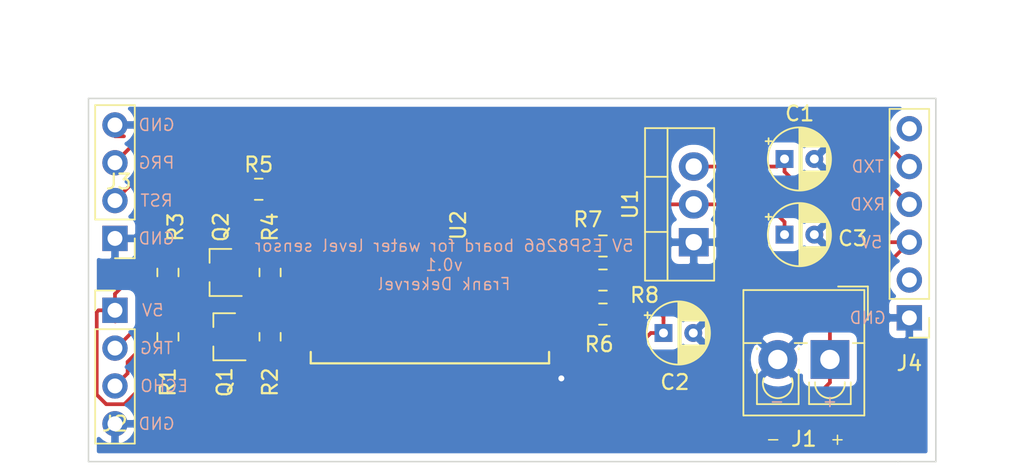
<source format=kicad_pcb>
(kicad_pcb (version 20171130) (host pcbnew 5.1.5+dfsg1-2build2)

  (general
    (thickness 1.6002)
    (drawings 22)
    (tracks 109)
    (zones 0)
    (modules 19)
    (nets 15)
  )

  (page A4)
  (title_block
    (rev 1)
  )

  (layers
    (0 Front signal)
    (31 Back signal)
    (34 B.Paste user)
    (35 F.Paste user)
    (36 B.SilkS user)
    (37 F.SilkS user)
    (38 B.Mask user)
    (39 F.Mask user)
    (44 Edge.Cuts user)
    (45 Margin user)
    (46 B.CrtYd user)
    (47 F.CrtYd user)
    (49 F.Fab user)
  )

  (setup
    (last_trace_width 0.25)
    (user_trace_width 0.1)
    (user_trace_width 0.2)
    (user_trace_width 0.5)
    (trace_clearance 0.25)
    (zone_clearance 0.508)
    (zone_45_only no)
    (trace_min 0.1)
    (via_size 0.8)
    (via_drill 0.4)
    (via_min_size 0.45)
    (via_min_drill 0.2)
    (user_via 0.45 0.2)
    (user_via 0.8 0.4)
    (uvia_size 0.8)
    (uvia_drill 0.4)
    (uvias_allowed no)
    (uvia_min_size 0)
    (uvia_min_drill 0)
    (edge_width 0.1)
    (segment_width 0.1)
    (pcb_text_width 0.3)
    (pcb_text_size 1.5 1.5)
    (mod_edge_width 0.1)
    (mod_text_size 0.8 0.8)
    (mod_text_width 0.1)
    (pad_size 1.524 1.524)
    (pad_drill 0.762)
    (pad_to_mask_clearance 0)
    (solder_mask_min_width 0.1)
    (aux_axis_origin 0 0)
    (visible_elements FFFFFF7F)
    (pcbplotparams
      (layerselection 0x010fc_ffffffff)
      (usegerberextensions false)
      (usegerberattributes false)
      (usegerberadvancedattributes false)
      (creategerberjobfile false)
      (excludeedgelayer true)
      (linewidth 0.152400)
      (plotframeref false)
      (viasonmask false)
      (mode 1)
      (useauxorigin false)
      (hpglpennumber 1)
      (hpglpenspeed 20)
      (hpglpendiameter 15.000000)
      (psnegative false)
      (psa4output false)
      (plotreference true)
      (plotvalue false)
      (plotinvisibletext false)
      (padsonsilk false)
      (subtractmaskfromsilk true)
      (outputformat 1)
      (mirror false)
      (drillshape 0)
      (scaleselection 1)
      (outputdirectory "./gerbers_for_aisler"))
  )

  (net 0 "")
  (net 1 GND)
  (net 2 VIN)
  (net 3 VCC)
  (net 4 GPIO13_5V)
  (net 5 GPIO12_5V)
  (net 6 PROGRAM)
  (net 7 RESET)
  (net 8 TXD)
  (net 9 RXD)
  (net 10 /gpio13_3v3)
  (net 11 /gpio12_3v3)
  (net 12 /chpd)
  (net 13 /gpio2)
  (net 14 /gpio15)

  (net_class Default "This is the default net class."
    (clearance 0.25)
    (trace_width 0.25)
    (via_dia 0.8)
    (via_drill 0.4)
    (uvia_dia 0.8)
    (uvia_drill 0.4)
    (diff_pair_width 0.25)
    (diff_pair_gap 0.25)
    (add_net /chpd)
    (add_net /gpio12_3v3)
    (add_net /gpio13_3v3)
    (add_net /gpio15)
    (add_net /gpio2)
    (add_net GND)
    (add_net GPIO12_5V)
    (add_net GPIO13_5V)
    (add_net PROGRAM)
    (add_net RESET)
    (add_net RXD)
    (add_net TXD)
    (add_net VCC)
    (add_net VIN)
  )

  (net_class Min "This is the bare minimum allowed."
    (clearance 0.1)
    (trace_width 0.1)
    (via_dia 0.45)
    (via_drill 0.2)
    (uvia_dia 0.45)
    (uvia_drill 0.2)
    (diff_pair_width 0.12)
    (diff_pair_gap 0.12)
  )

  (module Connector_PinHeader_2.54mm:PinHeader_1x06_P2.54mm_Vertical (layer Front) (tedit 59FED5CC) (tstamp 5F368EC1)
    (at 150.114 107.188 180)
    (descr "Through hole straight pin header, 1x06, 2.54mm pitch, single row")
    (tags "Through hole pin header THT 1x06 2.54mm single row")
    (path /5F3FD5DC)
    (fp_text reference J4 (at 0 -3.048) (layer F.SilkS)
      (effects (font (size 1 1) (thickness 0.15)))
    )
    (fp_text value Conn_01x06_Female (at 0 15.03) (layer F.Fab)
      (effects (font (size 1 1) (thickness 0.15)))
    )
    (fp_text user %R (at 0 6.35 90) (layer F.Fab)
      (effects (font (size 1 1) (thickness 0.15)))
    )
    (fp_line (start 1.8 -1.8) (end -1.8 -1.8) (layer F.CrtYd) (width 0.05))
    (fp_line (start 1.8 14.5) (end 1.8 -1.8) (layer F.CrtYd) (width 0.05))
    (fp_line (start -1.8 14.5) (end 1.8 14.5) (layer F.CrtYd) (width 0.05))
    (fp_line (start -1.8 -1.8) (end -1.8 14.5) (layer F.CrtYd) (width 0.05))
    (fp_line (start -1.33 -1.33) (end 0 -1.33) (layer F.SilkS) (width 0.12))
    (fp_line (start -1.33 0) (end -1.33 -1.33) (layer F.SilkS) (width 0.12))
    (fp_line (start -1.33 1.27) (end 1.33 1.27) (layer F.SilkS) (width 0.12))
    (fp_line (start 1.33 1.27) (end 1.33 14.03) (layer F.SilkS) (width 0.12))
    (fp_line (start -1.33 1.27) (end -1.33 14.03) (layer F.SilkS) (width 0.12))
    (fp_line (start -1.33 14.03) (end 1.33 14.03) (layer F.SilkS) (width 0.12))
    (fp_line (start -1.27 -0.635) (end -0.635 -1.27) (layer F.Fab) (width 0.1))
    (fp_line (start -1.27 13.97) (end -1.27 -0.635) (layer F.Fab) (width 0.1))
    (fp_line (start 1.27 13.97) (end -1.27 13.97) (layer F.Fab) (width 0.1))
    (fp_line (start 1.27 -1.27) (end 1.27 13.97) (layer F.Fab) (width 0.1))
    (fp_line (start -0.635 -1.27) (end 1.27 -1.27) (layer F.Fab) (width 0.1))
    (pad 6 thru_hole oval (at 0 12.7 180) (size 1.7 1.7) (drill 1) (layers *.Cu *.Mask))
    (pad 5 thru_hole oval (at 0 10.16 180) (size 1.7 1.7) (drill 1) (layers *.Cu *.Mask)
      (net 8 TXD))
    (pad 4 thru_hole oval (at 0 7.62 180) (size 1.7 1.7) (drill 1) (layers *.Cu *.Mask)
      (net 9 RXD))
    (pad 3 thru_hole oval (at 0 5.08 180) (size 1.7 1.7) (drill 1) (layers *.Cu *.Mask)
      (net 2 VIN))
    (pad 2 thru_hole oval (at 0 2.54 180) (size 1.7 1.7) (drill 1) (layers *.Cu *.Mask))
    (pad 1 thru_hole rect (at 0 0 180) (size 1.7 1.7) (drill 1) (layers *.Cu *.Mask)
      (net 1 GND))
    (model ${KISYS3DMOD}/Connector_PinHeader_2.54mm.3dshapes/PinHeader_1x06_P2.54mm_Vertical.wrl
      (at (xyz 0 0 0))
      (scale (xyz 1 1 1))
      (rotate (xyz 0 0 0))
    )
  )

  (module Connector_PinHeader_2.54mm:PinHeader_1x04_P2.54mm_Vertical (layer Front) (tedit 59FED5CC) (tstamp 5F368EA5)
    (at 96.774 101.854 180)
    (descr "Through hole straight pin header, 1x04, 2.54mm pitch, single row")
    (tags "Through hole pin header THT 1x04 2.54mm single row")
    (path /5F3FD5F1)
    (fp_text reference J3 (at -0.254 3.81) (layer F.SilkS)
      (effects (font (size 1 1) (thickness 0.15)))
    )
    (fp_text value Conn_01x04_Male (at 0 9.95) (layer F.Fab)
      (effects (font (size 1 1) (thickness 0.15)))
    )
    (fp_text user %R (at 0 3.81 90) (layer F.Fab)
      (effects (font (size 1 1) (thickness 0.15)))
    )
    (fp_line (start 1.8 -1.8) (end -1.8 -1.8) (layer F.CrtYd) (width 0.05))
    (fp_line (start 1.8 9.4) (end 1.8 -1.8) (layer F.CrtYd) (width 0.05))
    (fp_line (start -1.8 9.4) (end 1.8 9.4) (layer F.CrtYd) (width 0.05))
    (fp_line (start -1.8 -1.8) (end -1.8 9.4) (layer F.CrtYd) (width 0.05))
    (fp_line (start -1.33 -1.33) (end 0 -1.33) (layer F.SilkS) (width 0.12))
    (fp_line (start -1.33 0) (end -1.33 -1.33) (layer F.SilkS) (width 0.12))
    (fp_line (start -1.33 1.27) (end 1.33 1.27) (layer F.SilkS) (width 0.12))
    (fp_line (start 1.33 1.27) (end 1.33 8.95) (layer F.SilkS) (width 0.12))
    (fp_line (start -1.33 1.27) (end -1.33 8.95) (layer F.SilkS) (width 0.12))
    (fp_line (start -1.33 8.95) (end 1.33 8.95) (layer F.SilkS) (width 0.12))
    (fp_line (start -1.27 -0.635) (end -0.635 -1.27) (layer F.Fab) (width 0.1))
    (fp_line (start -1.27 8.89) (end -1.27 -0.635) (layer F.Fab) (width 0.1))
    (fp_line (start 1.27 8.89) (end -1.27 8.89) (layer F.Fab) (width 0.1))
    (fp_line (start 1.27 -1.27) (end 1.27 8.89) (layer F.Fab) (width 0.1))
    (fp_line (start -0.635 -1.27) (end 1.27 -1.27) (layer F.Fab) (width 0.1))
    (pad 4 thru_hole oval (at 0 7.62 180) (size 1.7 1.7) (drill 1) (layers *.Cu *.Mask)
      (net 1 GND))
    (pad 3 thru_hole oval (at 0 5.08 180) (size 1.7 1.7) (drill 1) (layers *.Cu *.Mask)
      (net 6 PROGRAM))
    (pad 2 thru_hole oval (at 0 2.54 180) (size 1.7 1.7) (drill 1) (layers *.Cu *.Mask)
      (net 7 RESET))
    (pad 1 thru_hole rect (at 0 0 180) (size 1.7 1.7) (drill 1) (layers *.Cu *.Mask)
      (net 1 GND))
    (model ${KISYS3DMOD}/Connector_PinHeader_2.54mm.3dshapes/PinHeader_1x04_P2.54mm_Vertical.wrl
      (at (xyz 0 0 0))
      (scale (xyz 1 1 1))
      (rotate (xyz 0 0 0))
    )
  )

  (module Connector_PinHeader_2.54mm:PinHeader_1x04_P2.54mm_Vertical (layer Front) (tedit 59FED5CC) (tstamp 5F368E8B)
    (at 96.774 106.68)
    (descr "Through hole straight pin header, 1x04, 2.54mm pitch, single row")
    (tags "Through hole pin header THT 1x04 2.54mm single row")
    (path /5F3FD5B5)
    (fp_text reference J2 (at 0 7.62) (layer F.SilkS)
      (effects (font (size 1 1) (thickness 0.15)))
    )
    (fp_text value Conn_01x04_Female (at 0 9.95) (layer F.Fab)
      (effects (font (size 1 1) (thickness 0.15)))
    )
    (fp_text user %R (at 0 3.81 90) (layer F.Fab)
      (effects (font (size 1 1) (thickness 0.15)))
    )
    (fp_line (start 1.8 -1.8) (end -1.8 -1.8) (layer F.CrtYd) (width 0.05))
    (fp_line (start 1.8 9.4) (end 1.8 -1.8) (layer F.CrtYd) (width 0.05))
    (fp_line (start -1.8 9.4) (end 1.8 9.4) (layer F.CrtYd) (width 0.05))
    (fp_line (start -1.8 -1.8) (end -1.8 9.4) (layer F.CrtYd) (width 0.05))
    (fp_line (start -1.33 -1.33) (end 0 -1.33) (layer F.SilkS) (width 0.12))
    (fp_line (start -1.33 0) (end -1.33 -1.33) (layer F.SilkS) (width 0.12))
    (fp_line (start -1.33 1.27) (end 1.33 1.27) (layer F.SilkS) (width 0.12))
    (fp_line (start 1.33 1.27) (end 1.33 8.95) (layer F.SilkS) (width 0.12))
    (fp_line (start -1.33 1.27) (end -1.33 8.95) (layer F.SilkS) (width 0.12))
    (fp_line (start -1.33 8.95) (end 1.33 8.95) (layer F.SilkS) (width 0.12))
    (fp_line (start -1.27 -0.635) (end -0.635 -1.27) (layer F.Fab) (width 0.1))
    (fp_line (start -1.27 8.89) (end -1.27 -0.635) (layer F.Fab) (width 0.1))
    (fp_line (start 1.27 8.89) (end -1.27 8.89) (layer F.Fab) (width 0.1))
    (fp_line (start 1.27 -1.27) (end 1.27 8.89) (layer F.Fab) (width 0.1))
    (fp_line (start -0.635 -1.27) (end 1.27 -1.27) (layer F.Fab) (width 0.1))
    (pad 4 thru_hole oval (at 0 7.62) (size 1.7 1.7) (drill 1) (layers *.Cu *.Mask)
      (net 1 GND))
    (pad 3 thru_hole oval (at 0 5.08) (size 1.7 1.7) (drill 1) (layers *.Cu *.Mask)
      (net 4 GPIO13_5V))
    (pad 2 thru_hole oval (at 0 2.54) (size 1.7 1.7) (drill 1) (layers *.Cu *.Mask)
      (net 5 GPIO12_5V))
    (pad 1 thru_hole rect (at 0 0) (size 1.7 1.7) (drill 1) (layers *.Cu *.Mask)
      (net 2 VIN))
    (model ${KISYS3DMOD}/Connector_PinHeader_2.54mm.3dshapes/PinHeader_1x04_P2.54mm_Vertical.wrl
      (at (xyz 0 0 0))
      (scale (xyz 1 1 1))
      (rotate (xyz 0 0 0))
    )
  )

  (module esp:ESP-12E_SMD (layer Front) (tedit 58FB7FFE) (tstamp 5F368FBB)
    (at 110.935199 94.62)
    (descr "Module, ESP-8266, ESP-12, 16 pad, SMD")
    (tags "Module ESP-8266 ESP8266")
    (path /5F3FF50E)
    (fp_text reference U2 (at 8.89 6.35 90) (layer F.SilkS)
      (effects (font (size 1 1) (thickness 0.15)))
    )
    (fp_text value ESP-12E (at 5.08 6.35 90) (layer F.Fab) hide
      (effects (font (size 1 1) (thickness 0.15)))
    )
    (fp_line (start -1.008 -8.4) (end 14.992 -8.4) (layer F.Fab) (width 0.05))
    (fp_line (start -1.008 15.6) (end -1.008 -8.4) (layer F.Fab) (width 0.05))
    (fp_line (start 14.992 15.6) (end -1.008 15.6) (layer F.Fab) (width 0.05))
    (fp_line (start 15 -8.4) (end 15 15.6) (layer F.Fab) (width 0.05))
    (fp_line (start -1.008 -2.6) (end 14.992 -2.6) (layer F.CrtYd) (width 0.1524))
    (fp_text user "No Copper" (at 6.892 -5.4) (layer F.CrtYd)
      (effects (font (size 1 1) (thickness 0.15)))
    )
    (fp_line (start -1.008 -8.4) (end 14.992 -2.6) (layer F.CrtYd) (width 0.1524))
    (fp_line (start 14.992 -8.4) (end -1.008 -2.6) (layer F.CrtYd) (width 0.1524))
    (fp_line (start 14.986 15.621) (end 14.986 14.859) (layer F.SilkS) (width 0.1524))
    (fp_line (start -1.016 15.621) (end 14.986 15.621) (layer F.SilkS) (width 0.1524))
    (fp_line (start -1.016 14.859) (end -1.016 15.621) (layer F.SilkS) (width 0.1524))
    (fp_line (start -1.016 -8.382) (end -1.016 -1.016) (layer F.CrtYd) (width 0.1524))
    (fp_line (start 14.986 -8.382) (end 14.986 -0.889) (layer F.CrtYd) (width 0.1524))
    (fp_line (start -1.016 -8.382) (end 14.986 -8.382) (layer F.CrtYd) (width 0.1524))
    (fp_line (start -2.25 16) (end -2.25 -0.5) (layer F.CrtYd) (width 0.05))
    (fp_line (start 16.25 16) (end -2.25 16) (layer F.CrtYd) (width 0.05))
    (fp_line (start 16.25 -8.75) (end 16.25 16) (layer F.CrtYd) (width 0.05))
    (fp_line (start 15.25 -8.75) (end 16.25 -8.75) (layer F.CrtYd) (width 0.05))
    (fp_line (start -2.25 -8.75) (end 15.25 -8.75) (layer F.CrtYd) (width 0.05))
    (fp_line (start -2.25 -0.5) (end -2.25 -8.75) (layer F.CrtYd) (width 0.05))
    (pad 22 smd rect (at 11.99 15 90) (size 2.5 1.1) (drill (offset -0.7 0)) (layers Front F.Paste F.Mask))
    (pad 21 smd rect (at 9.99 15 90) (size 2.5 1.1) (drill (offset -0.7 0)) (layers Front F.Paste F.Mask))
    (pad 20 smd rect (at 7.99 15 90) (size 2.5 1.1) (drill (offset -0.7 0)) (layers Front F.Paste F.Mask))
    (pad 19 smd rect (at 5.99 15 90) (size 2.5 1.1) (drill (offset -0.7 0)) (layers Front F.Paste F.Mask))
    (pad 18 smd rect (at 3.99 15 90) (size 2.5 1.1) (drill (offset -0.7 0)) (layers Front F.Paste F.Mask))
    (pad 17 smd rect (at 1.99 15 90) (size 2.5 1.1) (drill (offset -0.7 0)) (layers Front F.Paste F.Mask))
    (pad 16 smd rect (at 14 0) (size 2.5 1.1) (drill (offset 0.7 0)) (layers Front F.Paste F.Mask)
      (net 8 TXD))
    (pad 15 smd rect (at 14 2) (size 2.5 1.1) (drill (offset 0.7 0)) (layers Front F.Paste F.Mask)
      (net 9 RXD))
    (pad 14 smd rect (at 14 4) (size 2.5 1.1) (drill (offset 0.7 0)) (layers Front F.Paste F.Mask))
    (pad 13 smd rect (at 14 6) (size 2.5 1.1) (drill (offset 0.7 0)) (layers Front F.Paste F.Mask))
    (pad 12 smd rect (at 14 8) (size 2.5 1.1) (drill (offset 0.7 0)) (layers Front F.Paste F.Mask)
      (net 6 PROGRAM))
    (pad 11 smd rect (at 14 10) (size 2.5 1.1) (drill (offset 0.7 0)) (layers Front F.Paste F.Mask)
      (net 13 /gpio2))
    (pad 10 smd rect (at 14 12) (size 2.5 1.1) (drill (offset 0.7 0)) (layers Front F.Paste F.Mask)
      (net 14 /gpio15))
    (pad 9 smd rect (at 14 14) (size 2.5 1.1) (drill (offset 0.7 0)) (layers Front F.Paste F.Mask)
      (net 1 GND))
    (pad 8 smd rect (at 0 14) (size 2.5 1.1) (drill (offset -0.7 0)) (layers Front F.Paste F.Mask)
      (net 3 VCC))
    (pad 7 smd rect (at 0 12) (size 2.5 1.1) (drill (offset -0.7 0)) (layers Front F.Paste F.Mask)
      (net 10 /gpio13_3v3))
    (pad 6 smd rect (at 0 10) (size 2.5 1.1) (drill (offset -0.7 0)) (layers Front F.Paste F.Mask)
      (net 11 /gpio12_3v3))
    (pad 5 smd rect (at 0 8) (size 2.5 1.1) (drill (offset -0.7 0)) (layers Front F.Paste F.Mask))
    (pad 4 smd rect (at 0 6) (size 2.5 1.1) (drill (offset -0.7 0)) (layers Front F.Paste F.Mask))
    (pad 3 smd rect (at 0 4) (size 2.5 1.1) (drill (offset -0.7 0)) (layers Front F.Paste F.Mask)
      (net 12 /chpd))
    (pad 2 smd rect (at 0 2) (size 2.5 1.1) (drill (offset -0.7 0)) (layers Front F.Paste F.Mask))
    (pad 1 smd rect (at 0 0) (size 2.5 1.1) (drill (offset -0.7 0)) (layers Front F.Paste F.Mask)
      (net 7 RESET))
    (model ${ESPLIB}/ESP8266.3dshapes/ESP-12.wrl
      (at (xyz 0 0 0))
      (scale (xyz 0.3937 0.3937 0.3937))
      (rotate (xyz 0 0 0))
    )
  )

  (module Package_TO_SOT_THT:TO-220-3_Vertical (layer Front) (tedit 5AC8BA0D) (tstamp 5F368F8D)
    (at 135.636 102.108 90)
    (descr "TO-220-3, Vertical, RM 2.54mm, see https://www.vishay.com/docs/66542/to-220-1.pdf")
    (tags "TO-220-3 Vertical RM 2.54mm")
    (path /5F3FD4D2)
    (fp_text reference U1 (at 2.54 -4.27 90) (layer F.SilkS)
      (effects (font (size 1 1) (thickness 0.15)))
    )
    (fp_text value LM1117-3.3 (at 2.54 2.5 90) (layer F.Fab)
      (effects (font (size 1 1) (thickness 0.15)))
    )
    (fp_text user %R (at 2.54 -4.27 90) (layer F.Fab)
      (effects (font (size 1 1) (thickness 0.15)))
    )
    (fp_line (start 7.79 -3.4) (end -2.71 -3.4) (layer F.CrtYd) (width 0.05))
    (fp_line (start 7.79 1.51) (end 7.79 -3.4) (layer F.CrtYd) (width 0.05))
    (fp_line (start -2.71 1.51) (end 7.79 1.51) (layer F.CrtYd) (width 0.05))
    (fp_line (start -2.71 -3.4) (end -2.71 1.51) (layer F.CrtYd) (width 0.05))
    (fp_line (start 4.391 -3.27) (end 4.391 -1.76) (layer F.SilkS) (width 0.12))
    (fp_line (start 0.69 -3.27) (end 0.69 -1.76) (layer F.SilkS) (width 0.12))
    (fp_line (start -2.58 -1.76) (end 7.66 -1.76) (layer F.SilkS) (width 0.12))
    (fp_line (start 7.66 -3.27) (end 7.66 1.371) (layer F.SilkS) (width 0.12))
    (fp_line (start -2.58 -3.27) (end -2.58 1.371) (layer F.SilkS) (width 0.12))
    (fp_line (start -2.58 1.371) (end 7.66 1.371) (layer F.SilkS) (width 0.12))
    (fp_line (start -2.58 -3.27) (end 7.66 -3.27) (layer F.SilkS) (width 0.12))
    (fp_line (start 4.39 -3.15) (end 4.39 -1.88) (layer F.Fab) (width 0.1))
    (fp_line (start 0.69 -3.15) (end 0.69 -1.88) (layer F.Fab) (width 0.1))
    (fp_line (start -2.46 -1.88) (end 7.54 -1.88) (layer F.Fab) (width 0.1))
    (fp_line (start 7.54 -3.15) (end -2.46 -3.15) (layer F.Fab) (width 0.1))
    (fp_line (start 7.54 1.25) (end 7.54 -3.15) (layer F.Fab) (width 0.1))
    (fp_line (start -2.46 1.25) (end 7.54 1.25) (layer F.Fab) (width 0.1))
    (fp_line (start -2.46 -3.15) (end -2.46 1.25) (layer F.Fab) (width 0.1))
    (pad 3 thru_hole oval (at 5.08 0 90) (size 1.905 2) (drill 1.1) (layers *.Cu *.Mask)
      (net 2 VIN))
    (pad 2 thru_hole oval (at 2.54 0 90) (size 1.905 2) (drill 1.1) (layers *.Cu *.Mask)
      (net 3 VCC))
    (pad 1 thru_hole rect (at 0 0 90) (size 1.905 2) (drill 1.1) (layers *.Cu *.Mask)
      (net 1 GND))
    (model ${KISYS3DMOD}/Package_TO_SOT_THT.3dshapes/TO-220-3_Vertical.wrl
      (at (xyz 0 0 0))
      (scale (xyz 1 1 1))
      (rotate (xyz 0 0 0))
    )
  )

  (module Resistor_SMD:R_0805_2012Metric_Pad1.15x1.40mm_HandSolder (layer Front) (tedit 5B36C52B) (tstamp 5F368F73)
    (at 129.54 104.648 180)
    (descr "Resistor SMD 0805 (2012 Metric), square (rectangular) end terminal, IPC_7351 nominal with elongated pad for handsoldering. (Body size source: https://docs.google.com/spreadsheets/d/1BsfQQcO9C6DZCsRaXUlFlo91Tg2WpOkGARC1WS5S8t0/edit?usp=sharing), generated with kicad-footprint-generator")
    (tags "resistor handsolder")
    (path /5F3FD57C)
    (attr smd)
    (fp_text reference R8 (at -2.794 -1.016) (layer F.SilkS)
      (effects (font (size 1 1) (thickness 0.15)))
    )
    (fp_text value 10K (at 0 1.65) (layer F.Fab)
      (effects (font (size 1 1) (thickness 0.15)))
    )
    (fp_text user %R (at 0 0) (layer F.Fab)
      (effects (font (size 0.5 0.5) (thickness 0.08)))
    )
    (fp_line (start 1.85 0.95) (end -1.85 0.95) (layer F.CrtYd) (width 0.05))
    (fp_line (start 1.85 -0.95) (end 1.85 0.95) (layer F.CrtYd) (width 0.05))
    (fp_line (start -1.85 -0.95) (end 1.85 -0.95) (layer F.CrtYd) (width 0.05))
    (fp_line (start -1.85 0.95) (end -1.85 -0.95) (layer F.CrtYd) (width 0.05))
    (fp_line (start -0.261252 0.71) (end 0.261252 0.71) (layer F.SilkS) (width 0.12))
    (fp_line (start -0.261252 -0.71) (end 0.261252 -0.71) (layer F.SilkS) (width 0.12))
    (fp_line (start 1 0.6) (end -1 0.6) (layer F.Fab) (width 0.1))
    (fp_line (start 1 -0.6) (end 1 0.6) (layer F.Fab) (width 0.1))
    (fp_line (start -1 -0.6) (end 1 -0.6) (layer F.Fab) (width 0.1))
    (fp_line (start -1 0.6) (end -1 -0.6) (layer F.Fab) (width 0.1))
    (pad 2 smd roundrect (at 1.025 0 180) (size 1.15 1.4) (layers Front F.Paste F.Mask) (roundrect_rratio 0.217391)
      (net 13 /gpio2))
    (pad 1 smd roundrect (at -1.025 0 180) (size 1.15 1.4) (layers Front F.Paste F.Mask) (roundrect_rratio 0.217391)
      (net 3 VCC))
    (model ${KISYS3DMOD}/Resistor_SMD.3dshapes/R_0805_2012Metric.wrl
      (at (xyz 0 0 0))
      (scale (xyz 1 1 1))
      (rotate (xyz 0 0 0))
    )
  )

  (module Resistor_SMD:R_0805_2012Metric_Pad1.15x1.40mm_HandSolder (layer Front) (tedit 5B36C52B) (tstamp 5F368F62)
    (at 129.54 102.362 180)
    (descr "Resistor SMD 0805 (2012 Metric), square (rectangular) end terminal, IPC_7351 nominal with elongated pad for handsoldering. (Body size source: https://docs.google.com/spreadsheets/d/1BsfQQcO9C6DZCsRaXUlFlo91Tg2WpOkGARC1WS5S8t0/edit?usp=sharing), generated with kicad-footprint-generator")
    (tags "resistor handsolder")
    (path /5F3FD590)
    (attr smd)
    (fp_text reference R7 (at 1.016 1.778) (layer F.SilkS)
      (effects (font (size 1 1) (thickness 0.15)))
    )
    (fp_text value 10K (at 0 1.65) (layer F.Fab)
      (effects (font (size 1 1) (thickness 0.15)))
    )
    (fp_text user %R (at 0 0) (layer F.Fab)
      (effects (font (size 0.5 0.5) (thickness 0.08)))
    )
    (fp_line (start 1.85 0.95) (end -1.85 0.95) (layer F.CrtYd) (width 0.05))
    (fp_line (start 1.85 -0.95) (end 1.85 0.95) (layer F.CrtYd) (width 0.05))
    (fp_line (start -1.85 -0.95) (end 1.85 -0.95) (layer F.CrtYd) (width 0.05))
    (fp_line (start -1.85 0.95) (end -1.85 -0.95) (layer F.CrtYd) (width 0.05))
    (fp_line (start -0.261252 0.71) (end 0.261252 0.71) (layer F.SilkS) (width 0.12))
    (fp_line (start -0.261252 -0.71) (end 0.261252 -0.71) (layer F.SilkS) (width 0.12))
    (fp_line (start 1 0.6) (end -1 0.6) (layer F.Fab) (width 0.1))
    (fp_line (start 1 -0.6) (end 1 0.6) (layer F.Fab) (width 0.1))
    (fp_line (start -1 -0.6) (end 1 -0.6) (layer F.Fab) (width 0.1))
    (fp_line (start -1 0.6) (end -1 -0.6) (layer F.Fab) (width 0.1))
    (pad 2 smd roundrect (at 1.025 0 180) (size 1.15 1.4) (layers Front F.Paste F.Mask) (roundrect_rratio 0.217391)
      (net 6 PROGRAM))
    (pad 1 smd roundrect (at -1.025 0 180) (size 1.15 1.4) (layers Front F.Paste F.Mask) (roundrect_rratio 0.217391)
      (net 3 VCC))
    (model ${KISYS3DMOD}/Resistor_SMD.3dshapes/R_0805_2012Metric.wrl
      (at (xyz 0 0 0))
      (scale (xyz 1 1 1))
      (rotate (xyz 0 0 0))
    )
  )

  (module Resistor_SMD:R_0805_2012Metric_Pad1.15x1.40mm_HandSolder (layer Front) (tedit 5B36C52B) (tstamp 5F368F51)
    (at 129.54 106.934)
    (descr "Resistor SMD 0805 (2012 Metric), square (rectangular) end terminal, IPC_7351 nominal with elongated pad for handsoldering. (Body size source: https://docs.google.com/spreadsheets/d/1BsfQQcO9C6DZCsRaXUlFlo91Tg2WpOkGARC1WS5S8t0/edit?usp=sharing), generated with kicad-footprint-generator")
    (tags "resistor handsolder")
    (path /5F3FD588)
    (attr smd)
    (fp_text reference R6 (at -0.254 2.032) (layer F.SilkS)
      (effects (font (size 1 1) (thickness 0.15)))
    )
    (fp_text value 10K (at 0 1.65) (layer F.Fab)
      (effects (font (size 1 1) (thickness 0.15)))
    )
    (fp_text user %R (at 0 0) (layer F.Fab)
      (effects (font (size 0.5 0.5) (thickness 0.08)))
    )
    (fp_line (start 1.85 0.95) (end -1.85 0.95) (layer F.CrtYd) (width 0.05))
    (fp_line (start 1.85 -0.95) (end 1.85 0.95) (layer F.CrtYd) (width 0.05))
    (fp_line (start -1.85 -0.95) (end 1.85 -0.95) (layer F.CrtYd) (width 0.05))
    (fp_line (start -1.85 0.95) (end -1.85 -0.95) (layer F.CrtYd) (width 0.05))
    (fp_line (start -0.261252 0.71) (end 0.261252 0.71) (layer F.SilkS) (width 0.12))
    (fp_line (start -0.261252 -0.71) (end 0.261252 -0.71) (layer F.SilkS) (width 0.12))
    (fp_line (start 1 0.6) (end -1 0.6) (layer F.Fab) (width 0.1))
    (fp_line (start 1 -0.6) (end 1 0.6) (layer F.Fab) (width 0.1))
    (fp_line (start -1 -0.6) (end 1 -0.6) (layer F.Fab) (width 0.1))
    (fp_line (start -1 0.6) (end -1 -0.6) (layer F.Fab) (width 0.1))
    (pad 2 smd roundrect (at 1.025 0) (size 1.15 1.4) (layers Front F.Paste F.Mask) (roundrect_rratio 0.217391)
      (net 1 GND))
    (pad 1 smd roundrect (at -1.025 0) (size 1.15 1.4) (layers Front F.Paste F.Mask) (roundrect_rratio 0.217391)
      (net 14 /gpio15))
    (model ${KISYS3DMOD}/Resistor_SMD.3dshapes/R_0805_2012Metric.wrl
      (at (xyz 0 0 0))
      (scale (xyz 1 1 1))
      (rotate (xyz 0 0 0))
    )
  )

  (module Resistor_SMD:R_0805_2012Metric_Pad1.15x1.40mm_HandSolder (layer Front) (tedit 5B36C52B) (tstamp 5F368F40)
    (at 106.426 98.552)
    (descr "Resistor SMD 0805 (2012 Metric), square (rectangular) end terminal, IPC_7351 nominal with elongated pad for handsoldering. (Body size source: https://docs.google.com/spreadsheets/d/1BsfQQcO9C6DZCsRaXUlFlo91Tg2WpOkGARC1WS5S8t0/edit?usp=sharing), generated with kicad-footprint-generator")
    (tags "resistor handsolder")
    (path /5F3FD56D)
    (attr smd)
    (fp_text reference R5 (at 0 -1.65) (layer F.SilkS)
      (effects (font (size 1 1) (thickness 0.15)))
    )
    (fp_text value 10K (at 0 1.65) (layer F.Fab)
      (effects (font (size 1 1) (thickness 0.15)))
    )
    (fp_text user %R (at 0 0) (layer F.Fab)
      (effects (font (size 0.5 0.5) (thickness 0.08)))
    )
    (fp_line (start 1.85 0.95) (end -1.85 0.95) (layer F.CrtYd) (width 0.05))
    (fp_line (start 1.85 -0.95) (end 1.85 0.95) (layer F.CrtYd) (width 0.05))
    (fp_line (start -1.85 -0.95) (end 1.85 -0.95) (layer F.CrtYd) (width 0.05))
    (fp_line (start -1.85 0.95) (end -1.85 -0.95) (layer F.CrtYd) (width 0.05))
    (fp_line (start -0.261252 0.71) (end 0.261252 0.71) (layer F.SilkS) (width 0.12))
    (fp_line (start -0.261252 -0.71) (end 0.261252 -0.71) (layer F.SilkS) (width 0.12))
    (fp_line (start 1 0.6) (end -1 0.6) (layer F.Fab) (width 0.1))
    (fp_line (start 1 -0.6) (end 1 0.6) (layer F.Fab) (width 0.1))
    (fp_line (start -1 -0.6) (end 1 -0.6) (layer F.Fab) (width 0.1))
    (fp_line (start -1 0.6) (end -1 -0.6) (layer F.Fab) (width 0.1))
    (pad 2 smd roundrect (at 1.025 0) (size 1.15 1.4) (layers Front F.Paste F.Mask) (roundrect_rratio 0.217391)
      (net 12 /chpd))
    (pad 1 smd roundrect (at -1.025 0) (size 1.15 1.4) (layers Front F.Paste F.Mask) (roundrect_rratio 0.217391)
      (net 3 VCC))
    (model ${KISYS3DMOD}/Resistor_SMD.3dshapes/R_0805_2012Metric.wrl
      (at (xyz 0 0 0))
      (scale (xyz 1 1 1))
      (rotate (xyz 0 0 0))
    )
  )

  (module Resistor_SMD:R_0805_2012Metric_Pad1.15x1.40mm_HandSolder (layer Front) (tedit 5B36C52B) (tstamp 5F368F2F)
    (at 107.188 104.14 90)
    (descr "Resistor SMD 0805 (2012 Metric), square (rectangular) end terminal, IPC_7351 nominal with elongated pad for handsoldering. (Body size source: https://docs.google.com/spreadsheets/d/1BsfQQcO9C6DZCsRaXUlFlo91Tg2WpOkGARC1WS5S8t0/edit?usp=sharing), generated with kicad-footprint-generator")
    (tags "resistor handsolder")
    (path /5F3FD4DA)
    (attr smd)
    (fp_text reference R4 (at 3.048 0 90) (layer F.SilkS)
      (effects (font (size 1 1) (thickness 0.15)))
    )
    (fp_text value 10K (at 0 1.65 90) (layer F.Fab)
      (effects (font (size 1 1) (thickness 0.15)))
    )
    (fp_text user %R (at 0 0 90) (layer F.Fab)
      (effects (font (size 0.5 0.5) (thickness 0.08)))
    )
    (fp_line (start 1.85 0.95) (end -1.85 0.95) (layer F.CrtYd) (width 0.05))
    (fp_line (start 1.85 -0.95) (end 1.85 0.95) (layer F.CrtYd) (width 0.05))
    (fp_line (start -1.85 -0.95) (end 1.85 -0.95) (layer F.CrtYd) (width 0.05))
    (fp_line (start -1.85 0.95) (end -1.85 -0.95) (layer F.CrtYd) (width 0.05))
    (fp_line (start -0.261252 0.71) (end 0.261252 0.71) (layer F.SilkS) (width 0.12))
    (fp_line (start -0.261252 -0.71) (end 0.261252 -0.71) (layer F.SilkS) (width 0.12))
    (fp_line (start 1 0.6) (end -1 0.6) (layer F.Fab) (width 0.1))
    (fp_line (start 1 -0.6) (end 1 0.6) (layer F.Fab) (width 0.1))
    (fp_line (start -1 -0.6) (end 1 -0.6) (layer F.Fab) (width 0.1))
    (fp_line (start -1 0.6) (end -1 -0.6) (layer F.Fab) (width 0.1))
    (pad 2 smd roundrect (at 1.025 0 90) (size 1.15 1.4) (layers Front F.Paste F.Mask) (roundrect_rratio 0.217391)
      (net 11 /gpio12_3v3))
    (pad 1 smd roundrect (at -1.025 0 90) (size 1.15 1.4) (layers Front F.Paste F.Mask) (roundrect_rratio 0.217391)
      (net 3 VCC))
    (model ${KISYS3DMOD}/Resistor_SMD.3dshapes/R_0805_2012Metric.wrl
      (at (xyz 0 0 0))
      (scale (xyz 1 1 1))
      (rotate (xyz 0 0 0))
    )
  )

  (module Resistor_SMD:R_0805_2012Metric_Pad1.15x1.40mm_HandSolder (layer Front) (tedit 5B36C52B) (tstamp 5F368F1E)
    (at 100.33 104.14 270)
    (descr "Resistor SMD 0805 (2012 Metric), square (rectangular) end terminal, IPC_7351 nominal with elongated pad for handsoldering. (Body size source: https://docs.google.com/spreadsheets/d/1BsfQQcO9C6DZCsRaXUlFlo91Tg2WpOkGARC1WS5S8t0/edit?usp=sharing), generated with kicad-footprint-generator")
    (tags "resistor handsolder")
    (path /5F3FD515)
    (attr smd)
    (fp_text reference R3 (at -3.048 -0.508 90) (layer F.SilkS)
      (effects (font (size 1 1) (thickness 0.15)))
    )
    (fp_text value 10K (at 0 1.65 90) (layer F.Fab)
      (effects (font (size 1 1) (thickness 0.15)))
    )
    (fp_text user %R (at 0 0 90) (layer F.Fab)
      (effects (font (size 0.5 0.5) (thickness 0.08)))
    )
    (fp_line (start 1.85 0.95) (end -1.85 0.95) (layer F.CrtYd) (width 0.05))
    (fp_line (start 1.85 -0.95) (end 1.85 0.95) (layer F.CrtYd) (width 0.05))
    (fp_line (start -1.85 -0.95) (end 1.85 -0.95) (layer F.CrtYd) (width 0.05))
    (fp_line (start -1.85 0.95) (end -1.85 -0.95) (layer F.CrtYd) (width 0.05))
    (fp_line (start -0.261252 0.71) (end 0.261252 0.71) (layer F.SilkS) (width 0.12))
    (fp_line (start -0.261252 -0.71) (end 0.261252 -0.71) (layer F.SilkS) (width 0.12))
    (fp_line (start 1 0.6) (end -1 0.6) (layer F.Fab) (width 0.1))
    (fp_line (start 1 -0.6) (end 1 0.6) (layer F.Fab) (width 0.1))
    (fp_line (start -1 -0.6) (end 1 -0.6) (layer F.Fab) (width 0.1))
    (fp_line (start -1 0.6) (end -1 -0.6) (layer F.Fab) (width 0.1))
    (pad 2 smd roundrect (at 1.025 0 270) (size 1.15 1.4) (layers Front F.Paste F.Mask) (roundrect_rratio 0.217391)
      (net 5 GPIO12_5V))
    (pad 1 smd roundrect (at -1.025 0 270) (size 1.15 1.4) (layers Front F.Paste F.Mask) (roundrect_rratio 0.217391)
      (net 2 VIN))
    (model ${KISYS3DMOD}/Resistor_SMD.3dshapes/R_0805_2012Metric.wrl
      (at (xyz 0 0 0))
      (scale (xyz 1 1 1))
      (rotate (xyz 0 0 0))
    )
  )

  (module Resistor_SMD:R_0805_2012Metric_Pad1.15x1.40mm_HandSolder (layer Front) (tedit 5B36C52B) (tstamp 5F368F0D)
    (at 107.188 108.458 90)
    (descr "Resistor SMD 0805 (2012 Metric), square (rectangular) end terminal, IPC_7351 nominal with elongated pad for handsoldering. (Body size source: https://docs.google.com/spreadsheets/d/1BsfQQcO9C6DZCsRaXUlFlo91Tg2WpOkGARC1WS5S8t0/edit?usp=sharing), generated with kicad-footprint-generator")
    (tags "resistor handsolder")
    (path /5F3FD4E2)
    (attr smd)
    (fp_text reference R2 (at -3.048 0 90) (layer F.SilkS)
      (effects (font (size 1 1) (thickness 0.15)))
    )
    (fp_text value 10K (at 0 1.65 90) (layer F.Fab)
      (effects (font (size 1 1) (thickness 0.15)))
    )
    (fp_text user %R (at 0 0 90) (layer F.Fab)
      (effects (font (size 0.5 0.5) (thickness 0.08)))
    )
    (fp_line (start 1.85 0.95) (end -1.85 0.95) (layer F.CrtYd) (width 0.05))
    (fp_line (start 1.85 -0.95) (end 1.85 0.95) (layer F.CrtYd) (width 0.05))
    (fp_line (start -1.85 -0.95) (end 1.85 -0.95) (layer F.CrtYd) (width 0.05))
    (fp_line (start -1.85 0.95) (end -1.85 -0.95) (layer F.CrtYd) (width 0.05))
    (fp_line (start -0.261252 0.71) (end 0.261252 0.71) (layer F.SilkS) (width 0.12))
    (fp_line (start -0.261252 -0.71) (end 0.261252 -0.71) (layer F.SilkS) (width 0.12))
    (fp_line (start 1 0.6) (end -1 0.6) (layer F.Fab) (width 0.1))
    (fp_line (start 1 -0.6) (end 1 0.6) (layer F.Fab) (width 0.1))
    (fp_line (start -1 -0.6) (end 1 -0.6) (layer F.Fab) (width 0.1))
    (fp_line (start -1 0.6) (end -1 -0.6) (layer F.Fab) (width 0.1))
    (pad 2 smd roundrect (at 1.025 0 90) (size 1.15 1.4) (layers Front F.Paste F.Mask) (roundrect_rratio 0.217391)
      (net 10 /gpio13_3v3))
    (pad 1 smd roundrect (at -1.025 0 90) (size 1.15 1.4) (layers Front F.Paste F.Mask) (roundrect_rratio 0.217391)
      (net 3 VCC))
    (model ${KISYS3DMOD}/Resistor_SMD.3dshapes/R_0805_2012Metric.wrl
      (at (xyz 0 0 0))
      (scale (xyz 1 1 1))
      (rotate (xyz 0 0 0))
    )
  )

  (module Resistor_SMD:R_0805_2012Metric_Pad1.15x1.40mm_HandSolder (layer Front) (tedit 5B36C52B) (tstamp 5F368EFC)
    (at 100.33 108.458 90)
    (descr "Resistor SMD 0805 (2012 Metric), square (rectangular) end terminal, IPC_7351 nominal with elongated pad for handsoldering. (Body size source: https://docs.google.com/spreadsheets/d/1BsfQQcO9C6DZCsRaXUlFlo91Tg2WpOkGARC1WS5S8t0/edit?usp=sharing), generated with kicad-footprint-generator")
    (tags "resistor handsolder")
    (path /5F3FD507)
    (attr smd)
    (fp_text reference R1 (at -3.048 0 270) (layer F.SilkS)
      (effects (font (size 1 1) (thickness 0.15)))
    )
    (fp_text value 10K (at 0 1.65 90) (layer F.Fab)
      (effects (font (size 1 1) (thickness 0.15)))
    )
    (fp_text user %R (at 0 0 90) (layer F.Fab)
      (effects (font (size 0.5 0.5) (thickness 0.08)))
    )
    (fp_line (start 1.85 0.95) (end -1.85 0.95) (layer F.CrtYd) (width 0.05))
    (fp_line (start 1.85 -0.95) (end 1.85 0.95) (layer F.CrtYd) (width 0.05))
    (fp_line (start -1.85 -0.95) (end 1.85 -0.95) (layer F.CrtYd) (width 0.05))
    (fp_line (start -1.85 0.95) (end -1.85 -0.95) (layer F.CrtYd) (width 0.05))
    (fp_line (start -0.261252 0.71) (end 0.261252 0.71) (layer F.SilkS) (width 0.12))
    (fp_line (start -0.261252 -0.71) (end 0.261252 -0.71) (layer F.SilkS) (width 0.12))
    (fp_line (start 1 0.6) (end -1 0.6) (layer F.Fab) (width 0.1))
    (fp_line (start 1 -0.6) (end 1 0.6) (layer F.Fab) (width 0.1))
    (fp_line (start -1 -0.6) (end 1 -0.6) (layer F.Fab) (width 0.1))
    (fp_line (start -1 0.6) (end -1 -0.6) (layer F.Fab) (width 0.1))
    (pad 2 smd roundrect (at 1.025 0 90) (size 1.15 1.4) (layers Front F.Paste F.Mask) (roundrect_rratio 0.217391)
      (net 4 GPIO13_5V))
    (pad 1 smd roundrect (at -1.025 0 90) (size 1.15 1.4) (layers Front F.Paste F.Mask) (roundrect_rratio 0.217391)
      (net 2 VIN))
    (model ${KISYS3DMOD}/Resistor_SMD.3dshapes/R_0805_2012Metric.wrl
      (at (xyz 0 0 0))
      (scale (xyz 1 1 1))
      (rotate (xyz 0 0 0))
    )
  )

  (module Package_TO_SOT_SMD:SOT-23 (layer Front) (tedit 5A02FF57) (tstamp 5F368EEB)
    (at 103.886 104.14 180)
    (descr "SOT-23, Standard")
    (tags SOT-23)
    (path /5F3FD4E8)
    (attr smd)
    (fp_text reference Q2 (at 0 3.048 90) (layer F.SilkS)
      (effects (font (size 1 1) (thickness 0.15)))
    )
    (fp_text value BSS138 (at 0 2.5) (layer F.Fab)
      (effects (font (size 1 1) (thickness 0.15)))
    )
    (fp_line (start 0.76 1.58) (end -0.7 1.58) (layer F.SilkS) (width 0.12))
    (fp_line (start 0.76 -1.58) (end -1.4 -1.58) (layer F.SilkS) (width 0.12))
    (fp_line (start -1.7 1.75) (end -1.7 -1.75) (layer F.CrtYd) (width 0.05))
    (fp_line (start 1.7 1.75) (end -1.7 1.75) (layer F.CrtYd) (width 0.05))
    (fp_line (start 1.7 -1.75) (end 1.7 1.75) (layer F.CrtYd) (width 0.05))
    (fp_line (start -1.7 -1.75) (end 1.7 -1.75) (layer F.CrtYd) (width 0.05))
    (fp_line (start 0.76 -1.58) (end 0.76 -0.65) (layer F.SilkS) (width 0.12))
    (fp_line (start 0.76 1.58) (end 0.76 0.65) (layer F.SilkS) (width 0.12))
    (fp_line (start -0.7 1.52) (end 0.7 1.52) (layer F.Fab) (width 0.1))
    (fp_line (start 0.7 -1.52) (end 0.7 1.52) (layer F.Fab) (width 0.1))
    (fp_line (start -0.7 -0.95) (end -0.15 -1.52) (layer F.Fab) (width 0.1))
    (fp_line (start -0.15 -1.52) (end 0.7 -1.52) (layer F.Fab) (width 0.1))
    (fp_line (start -0.7 -0.95) (end -0.7 1.5) (layer F.Fab) (width 0.1))
    (fp_text user %R (at 0 0 90) (layer F.Fab)
      (effects (font (size 0.5 0.5) (thickness 0.075)))
    )
    (pad 3 smd rect (at 1 0 180) (size 0.9 0.8) (layers Front F.Paste F.Mask)
      (net 5 GPIO12_5V))
    (pad 2 smd rect (at -1 0.95 180) (size 0.9 0.8) (layers Front F.Paste F.Mask)
      (net 11 /gpio12_3v3))
    (pad 1 smd rect (at -1 -0.95 180) (size 0.9 0.8) (layers Front F.Paste F.Mask)
      (net 3 VCC))
    (model ${KISYS3DMOD}/Package_TO_SOT_SMD.3dshapes/SOT-23.wrl
      (at (xyz 0 0 0))
      (scale (xyz 1 1 1))
      (rotate (xyz 0 0 0))
    )
  )

  (module Package_TO_SOT_SMD:SOT-23 (layer Front) (tedit 5A02FF57) (tstamp 5F368ED6)
    (at 104.14 108.458 180)
    (descr "SOT-23, Standard")
    (tags SOT-23)
    (path /5F3FD4EE)
    (attr smd)
    (fp_text reference Q1 (at 0 -3.048 90) (layer F.SilkS)
      (effects (font (size 1 1) (thickness 0.15)))
    )
    (fp_text value BSS138 (at 0 2.5) (layer F.Fab)
      (effects (font (size 1 1) (thickness 0.15)))
    )
    (fp_line (start 0.76 1.58) (end -0.7 1.58) (layer F.SilkS) (width 0.12))
    (fp_line (start 0.76 -1.58) (end -1.4 -1.58) (layer F.SilkS) (width 0.12))
    (fp_line (start -1.7 1.75) (end -1.7 -1.75) (layer F.CrtYd) (width 0.05))
    (fp_line (start 1.7 1.75) (end -1.7 1.75) (layer F.CrtYd) (width 0.05))
    (fp_line (start 1.7 -1.75) (end 1.7 1.75) (layer F.CrtYd) (width 0.05))
    (fp_line (start -1.7 -1.75) (end 1.7 -1.75) (layer F.CrtYd) (width 0.05))
    (fp_line (start 0.76 -1.58) (end 0.76 -0.65) (layer F.SilkS) (width 0.12))
    (fp_line (start 0.76 1.58) (end 0.76 0.65) (layer F.SilkS) (width 0.12))
    (fp_line (start -0.7 1.52) (end 0.7 1.52) (layer F.Fab) (width 0.1))
    (fp_line (start 0.7 -1.52) (end 0.7 1.52) (layer F.Fab) (width 0.1))
    (fp_line (start -0.7 -0.95) (end -0.15 -1.52) (layer F.Fab) (width 0.1))
    (fp_line (start -0.15 -1.52) (end 0.7 -1.52) (layer F.Fab) (width 0.1))
    (fp_line (start -0.7 -0.95) (end -0.7 1.5) (layer F.Fab) (width 0.1))
    (fp_text user %R (at 0 0 90) (layer F.Fab)
      (effects (font (size 0.5 0.5) (thickness 0.075)))
    )
    (pad 3 smd rect (at 1 0 180) (size 0.9 0.8) (layers Front F.Paste F.Mask)
      (net 4 GPIO13_5V))
    (pad 2 smd rect (at -1 0.95 180) (size 0.9 0.8) (layers Front F.Paste F.Mask)
      (net 10 /gpio13_3v3))
    (pad 1 smd rect (at -1 -0.95 180) (size 0.9 0.8) (layers Front F.Paste F.Mask)
      (net 3 VCC))
    (model ${KISYS3DMOD}/Package_TO_SOT_SMD.3dshapes/SOT-23.wrl
      (at (xyz 0 0 0))
      (scale (xyz 1 1 1))
      (rotate (xyz 0 0 0))
    )
  )

  (module TerminalBlock_4Ucon:TerminalBlock_4Ucon_1x02_P3.50mm_Vertical (layer Front) (tedit 5B294E7F) (tstamp 5F368E71)
    (at 144.78 109.982 180)
    (descr "Terminal Block 4Ucon ItemNo. 10693, vertical (cable from top), 2 pins, pitch 3.5mm, size 8x8.3mm^2, drill diamater 1.3mm, pad diameter 2.6mm, see http://www.4uconnector.com/online/object/4udrawing/10693.pdf, script-generated with , script-generated using https://github.com/pointhi/kicad-footprint-generator/scripts/TerminalBlock_4Ucon")
    (tags "THT Terminal Block 4Ucon ItemNo. 10693 vertical pitch 3.5mm size 8x8.3mm^2 drill 1.3mm pad 2.6mm")
    (path /5F3FD5CD)
    (fp_text reference J1 (at 1.75 -5.334) (layer F.SilkS)
      (effects (font (size 1 1) (thickness 0.15)))
    )
    (fp_text value Screw_Terminal_01x02 (at 1.75 5.66) (layer F.Fab)
      (effects (font (size 1 1) (thickness 0.15)))
    )
    (fp_text user %R (at 1.75 3.45) (layer F.Fab)
      (effects (font (size 1 1) (thickness 0.15)))
    )
    (fp_line (start 6.25 -4.2) (end -2.75 -4.2) (layer F.CrtYd) (width 0.05))
    (fp_line (start 6.25 5.11) (end 6.25 -4.2) (layer F.CrtYd) (width 0.05))
    (fp_line (start -2.75 5.11) (end 6.25 5.11) (layer F.CrtYd) (width 0.05))
    (fp_line (start -2.75 -4.2) (end -2.75 5.11) (layer F.CrtYd) (width 0.05))
    (fp_line (start -2.55 4.9) (end -0.55 4.9) (layer F.SilkS) (width 0.12))
    (fp_line (start -2.55 2.66) (end -2.55 4.9) (layer F.SilkS) (width 0.12))
    (fp_line (start 4.9 -3) (end 2.1 -3) (layer F.Fab) (width 0.1))
    (fp_line (start 4.9 0.75) (end 4.9 -3) (layer F.Fab) (width 0.1))
    (fp_line (start 2.1 0.75) (end 4.9 0.75) (layer F.Fab) (width 0.1))
    (fp_line (start 2.1 -3) (end 2.1 0.75) (layer F.Fab) (width 0.1))
    (fp_line (start 4.9 0.689) (end 4.9 0.75) (layer F.SilkS) (width 0.12))
    (fp_line (start 4.9 -3) (end 4.9 -0.689) (layer F.SilkS) (width 0.12))
    (fp_line (start 2.1 0.689) (end 2.1 0.75) (layer F.SilkS) (width 0.12))
    (fp_line (start 2.1 -3) (end 2.1 -0.689) (layer F.SilkS) (width 0.12))
    (fp_line (start 4.9 0.75) (end 4.9 0.75) (layer F.SilkS) (width 0.12))
    (fp_line (start 2.1 0.75) (end 2.101 0.75) (layer F.SilkS) (width 0.12))
    (fp_line (start 2.1 -3) (end 4.9 -3) (layer F.SilkS) (width 0.12))
    (fp_line (start 1.4 -3) (end -1.4 -3) (layer F.Fab) (width 0.1))
    (fp_line (start 1.4 0.75) (end 1.4 -3) (layer F.Fab) (width 0.1))
    (fp_line (start -1.4 0.75) (end 1.4 0.75) (layer F.Fab) (width 0.1))
    (fp_line (start -1.4 -3) (end -1.4 0.75) (layer F.Fab) (width 0.1))
    (fp_line (start 1.4 -3) (end 1.4 -1.54) (layer F.SilkS) (width 0.12))
    (fp_line (start -1.4 -3) (end -1.4 -1.54) (layer F.SilkS) (width 0.12))
    (fp_line (start -1.4 -3) (end 1.4 -3) (layer F.SilkS) (width 0.12))
    (fp_line (start 5.81 -3.76) (end 5.81 4.66) (layer F.SilkS) (width 0.12))
    (fp_line (start -2.31 -3.76) (end -2.31 4.66) (layer F.SilkS) (width 0.12))
    (fp_line (start -2.31 4.66) (end 5.81 4.66) (layer F.SilkS) (width 0.12))
    (fp_line (start -2.31 -3.76) (end 5.81 -3.76) (layer F.SilkS) (width 0.12))
    (fp_line (start 4.634 1.101) (end 5.81 1.101) (layer F.SilkS) (width 0.12))
    (fp_line (start 1.54 1.101) (end 2.367 1.101) (layer F.SilkS) (width 0.12))
    (fp_line (start -2.31 1.101) (end -1.54 1.101) (layer F.SilkS) (width 0.12))
    (fp_line (start -2.25 1.1) (end 5.75 1.1) (layer F.Fab) (width 0.1))
    (fp_line (start -2.25 2.6) (end -2.25 -3.7) (layer F.Fab) (width 0.1))
    (fp_line (start -0.25 4.6) (end -2.25 2.6) (layer F.Fab) (width 0.1))
    (fp_line (start 5.75 4.6) (end -0.25 4.6) (layer F.Fab) (width 0.1))
    (fp_line (start 5.75 -3.7) (end 5.75 4.6) (layer F.Fab) (width 0.1))
    (fp_line (start -2.25 -3.7) (end 5.75 -3.7) (layer F.Fab) (width 0.1))
    (fp_circle (center 3.5 -1.6) (end 4.5 -1.6) (layer F.Fab) (width 0.1))
    (fp_circle (center 0 -1.6) (end 1 -1.6) (layer F.Fab) (width 0.1))
    (fp_arc (start 3.5 -1.6) (end 4.44 -1.258) (angle -220) (layer F.SilkS) (width 0.12))
    (fp_arc (start 0 -1.6) (end 0.998 -1.531) (angle -188) (layer F.SilkS) (width 0.12))
    (pad 2 thru_hole circle (at 3.5 0 180) (size 2.6 2.6) (drill 1.3) (layers *.Cu *.Mask)
      (net 1 GND))
    (pad 1 thru_hole rect (at 0 0 180) (size 2.6 2.6) (drill 1.3) (layers *.Cu *.Mask)
      (net 2 VIN))
    (model ${KISYS3DMOD}/TerminalBlock_4Ucon.3dshapes/TerminalBlock_4Ucon_1x02_P3.50mm_Vertical.wrl
      (at (xyz 0 0 0))
      (scale (xyz 1 1 1))
      (rotate (xyz 0 0 0))
    )
  )

  (module Capacitor_THT:CP_Radial_D4.0mm_P2.00mm (layer Front) (tedit 5AE50EF0) (tstamp 5F368E41)
    (at 141.732 101.6)
    (descr "CP, Radial series, Radial, pin pitch=2.00mm, , diameter=4mm, Electrolytic Capacitor")
    (tags "CP Radial series Radial pin pitch 2.00mm  diameter 4mm Electrolytic Capacitor")
    (path /5F3FD557)
    (fp_text reference C3 (at 4.572 0.254) (layer F.SilkS)
      (effects (font (size 1 1) (thickness 0.15)))
    )
    (fp_text value 0.1μF (at 1 3.25) (layer F.Fab)
      (effects (font (size 1 1) (thickness 0.15)))
    )
    (fp_text user %R (at 1 0) (layer F.Fab)
      (effects (font (size 0.8 0.8) (thickness 0.12)))
    )
    (fp_line (start -1.069801 -1.395) (end -1.069801 -0.995) (layer F.SilkS) (width 0.12))
    (fp_line (start -1.269801 -1.195) (end -0.869801 -1.195) (layer F.SilkS) (width 0.12))
    (fp_line (start 3.081 -0.37) (end 3.081 0.37) (layer F.SilkS) (width 0.12))
    (fp_line (start 3.041 -0.537) (end 3.041 0.537) (layer F.SilkS) (width 0.12))
    (fp_line (start 3.001 -0.664) (end 3.001 0.664) (layer F.SilkS) (width 0.12))
    (fp_line (start 2.961 -0.768) (end 2.961 0.768) (layer F.SilkS) (width 0.12))
    (fp_line (start 2.921 -0.859) (end 2.921 0.859) (layer F.SilkS) (width 0.12))
    (fp_line (start 2.881 -0.94) (end 2.881 0.94) (layer F.SilkS) (width 0.12))
    (fp_line (start 2.841 -1.013) (end 2.841 1.013) (layer F.SilkS) (width 0.12))
    (fp_line (start 2.801 0.84) (end 2.801 1.08) (layer F.SilkS) (width 0.12))
    (fp_line (start 2.801 -1.08) (end 2.801 -0.84) (layer F.SilkS) (width 0.12))
    (fp_line (start 2.761 0.84) (end 2.761 1.142) (layer F.SilkS) (width 0.12))
    (fp_line (start 2.761 -1.142) (end 2.761 -0.84) (layer F.SilkS) (width 0.12))
    (fp_line (start 2.721 0.84) (end 2.721 1.2) (layer F.SilkS) (width 0.12))
    (fp_line (start 2.721 -1.2) (end 2.721 -0.84) (layer F.SilkS) (width 0.12))
    (fp_line (start 2.681 0.84) (end 2.681 1.254) (layer F.SilkS) (width 0.12))
    (fp_line (start 2.681 -1.254) (end 2.681 -0.84) (layer F.SilkS) (width 0.12))
    (fp_line (start 2.641 0.84) (end 2.641 1.304) (layer F.SilkS) (width 0.12))
    (fp_line (start 2.641 -1.304) (end 2.641 -0.84) (layer F.SilkS) (width 0.12))
    (fp_line (start 2.601 0.84) (end 2.601 1.351) (layer F.SilkS) (width 0.12))
    (fp_line (start 2.601 -1.351) (end 2.601 -0.84) (layer F.SilkS) (width 0.12))
    (fp_line (start 2.561 0.84) (end 2.561 1.396) (layer F.SilkS) (width 0.12))
    (fp_line (start 2.561 -1.396) (end 2.561 -0.84) (layer F.SilkS) (width 0.12))
    (fp_line (start 2.521 0.84) (end 2.521 1.438) (layer F.SilkS) (width 0.12))
    (fp_line (start 2.521 -1.438) (end 2.521 -0.84) (layer F.SilkS) (width 0.12))
    (fp_line (start 2.481 0.84) (end 2.481 1.478) (layer F.SilkS) (width 0.12))
    (fp_line (start 2.481 -1.478) (end 2.481 -0.84) (layer F.SilkS) (width 0.12))
    (fp_line (start 2.441 0.84) (end 2.441 1.516) (layer F.SilkS) (width 0.12))
    (fp_line (start 2.441 -1.516) (end 2.441 -0.84) (layer F.SilkS) (width 0.12))
    (fp_line (start 2.401 0.84) (end 2.401 1.552) (layer F.SilkS) (width 0.12))
    (fp_line (start 2.401 -1.552) (end 2.401 -0.84) (layer F.SilkS) (width 0.12))
    (fp_line (start 2.361 0.84) (end 2.361 1.587) (layer F.SilkS) (width 0.12))
    (fp_line (start 2.361 -1.587) (end 2.361 -0.84) (layer F.SilkS) (width 0.12))
    (fp_line (start 2.321 0.84) (end 2.321 1.619) (layer F.SilkS) (width 0.12))
    (fp_line (start 2.321 -1.619) (end 2.321 -0.84) (layer F.SilkS) (width 0.12))
    (fp_line (start 2.281 0.84) (end 2.281 1.65) (layer F.SilkS) (width 0.12))
    (fp_line (start 2.281 -1.65) (end 2.281 -0.84) (layer F.SilkS) (width 0.12))
    (fp_line (start 2.241 0.84) (end 2.241 1.68) (layer F.SilkS) (width 0.12))
    (fp_line (start 2.241 -1.68) (end 2.241 -0.84) (layer F.SilkS) (width 0.12))
    (fp_line (start 2.201 0.84) (end 2.201 1.708) (layer F.SilkS) (width 0.12))
    (fp_line (start 2.201 -1.708) (end 2.201 -0.84) (layer F.SilkS) (width 0.12))
    (fp_line (start 2.161 0.84) (end 2.161 1.735) (layer F.SilkS) (width 0.12))
    (fp_line (start 2.161 -1.735) (end 2.161 -0.84) (layer F.SilkS) (width 0.12))
    (fp_line (start 2.121 0.84) (end 2.121 1.76) (layer F.SilkS) (width 0.12))
    (fp_line (start 2.121 -1.76) (end 2.121 -0.84) (layer F.SilkS) (width 0.12))
    (fp_line (start 2.081 0.84) (end 2.081 1.785) (layer F.SilkS) (width 0.12))
    (fp_line (start 2.081 -1.785) (end 2.081 -0.84) (layer F.SilkS) (width 0.12))
    (fp_line (start 2.041 0.84) (end 2.041 1.808) (layer F.SilkS) (width 0.12))
    (fp_line (start 2.041 -1.808) (end 2.041 -0.84) (layer F.SilkS) (width 0.12))
    (fp_line (start 2.001 0.84) (end 2.001 1.83) (layer F.SilkS) (width 0.12))
    (fp_line (start 2.001 -1.83) (end 2.001 -0.84) (layer F.SilkS) (width 0.12))
    (fp_line (start 1.961 0.84) (end 1.961 1.851) (layer F.SilkS) (width 0.12))
    (fp_line (start 1.961 -1.851) (end 1.961 -0.84) (layer F.SilkS) (width 0.12))
    (fp_line (start 1.921 0.84) (end 1.921 1.87) (layer F.SilkS) (width 0.12))
    (fp_line (start 1.921 -1.87) (end 1.921 -0.84) (layer F.SilkS) (width 0.12))
    (fp_line (start 1.881 0.84) (end 1.881 1.889) (layer F.SilkS) (width 0.12))
    (fp_line (start 1.881 -1.889) (end 1.881 -0.84) (layer F.SilkS) (width 0.12))
    (fp_line (start 1.841 0.84) (end 1.841 1.907) (layer F.SilkS) (width 0.12))
    (fp_line (start 1.841 -1.907) (end 1.841 -0.84) (layer F.SilkS) (width 0.12))
    (fp_line (start 1.801 0.84) (end 1.801 1.924) (layer F.SilkS) (width 0.12))
    (fp_line (start 1.801 -1.924) (end 1.801 -0.84) (layer F.SilkS) (width 0.12))
    (fp_line (start 1.761 0.84) (end 1.761 1.94) (layer F.SilkS) (width 0.12))
    (fp_line (start 1.761 -1.94) (end 1.761 -0.84) (layer F.SilkS) (width 0.12))
    (fp_line (start 1.721 0.84) (end 1.721 1.954) (layer F.SilkS) (width 0.12))
    (fp_line (start 1.721 -1.954) (end 1.721 -0.84) (layer F.SilkS) (width 0.12))
    (fp_line (start 1.68 0.84) (end 1.68 1.968) (layer F.SilkS) (width 0.12))
    (fp_line (start 1.68 -1.968) (end 1.68 -0.84) (layer F.SilkS) (width 0.12))
    (fp_line (start 1.64 0.84) (end 1.64 1.982) (layer F.SilkS) (width 0.12))
    (fp_line (start 1.64 -1.982) (end 1.64 -0.84) (layer F.SilkS) (width 0.12))
    (fp_line (start 1.6 0.84) (end 1.6 1.994) (layer F.SilkS) (width 0.12))
    (fp_line (start 1.6 -1.994) (end 1.6 -0.84) (layer F.SilkS) (width 0.12))
    (fp_line (start 1.56 0.84) (end 1.56 2.005) (layer F.SilkS) (width 0.12))
    (fp_line (start 1.56 -2.005) (end 1.56 -0.84) (layer F.SilkS) (width 0.12))
    (fp_line (start 1.52 0.84) (end 1.52 2.016) (layer F.SilkS) (width 0.12))
    (fp_line (start 1.52 -2.016) (end 1.52 -0.84) (layer F.SilkS) (width 0.12))
    (fp_line (start 1.48 0.84) (end 1.48 2.025) (layer F.SilkS) (width 0.12))
    (fp_line (start 1.48 -2.025) (end 1.48 -0.84) (layer F.SilkS) (width 0.12))
    (fp_line (start 1.44 0.84) (end 1.44 2.034) (layer F.SilkS) (width 0.12))
    (fp_line (start 1.44 -2.034) (end 1.44 -0.84) (layer F.SilkS) (width 0.12))
    (fp_line (start 1.4 0.84) (end 1.4 2.042) (layer F.SilkS) (width 0.12))
    (fp_line (start 1.4 -2.042) (end 1.4 -0.84) (layer F.SilkS) (width 0.12))
    (fp_line (start 1.36 0.84) (end 1.36 2.05) (layer F.SilkS) (width 0.12))
    (fp_line (start 1.36 -2.05) (end 1.36 -0.84) (layer F.SilkS) (width 0.12))
    (fp_line (start 1.32 0.84) (end 1.32 2.056) (layer F.SilkS) (width 0.12))
    (fp_line (start 1.32 -2.056) (end 1.32 -0.84) (layer F.SilkS) (width 0.12))
    (fp_line (start 1.28 0.84) (end 1.28 2.062) (layer F.SilkS) (width 0.12))
    (fp_line (start 1.28 -2.062) (end 1.28 -0.84) (layer F.SilkS) (width 0.12))
    (fp_line (start 1.24 0.84) (end 1.24 2.067) (layer F.SilkS) (width 0.12))
    (fp_line (start 1.24 -2.067) (end 1.24 -0.84) (layer F.SilkS) (width 0.12))
    (fp_line (start 1.2 0.84) (end 1.2 2.071) (layer F.SilkS) (width 0.12))
    (fp_line (start 1.2 -2.071) (end 1.2 -0.84) (layer F.SilkS) (width 0.12))
    (fp_line (start 1.16 -2.074) (end 1.16 2.074) (layer F.SilkS) (width 0.12))
    (fp_line (start 1.12 -2.077) (end 1.12 2.077) (layer F.SilkS) (width 0.12))
    (fp_line (start 1.08 -2.079) (end 1.08 2.079) (layer F.SilkS) (width 0.12))
    (fp_line (start 1.04 -2.08) (end 1.04 2.08) (layer F.SilkS) (width 0.12))
    (fp_line (start 1 -2.08) (end 1 2.08) (layer F.SilkS) (width 0.12))
    (fp_line (start -0.502554 -1.0675) (end -0.502554 -0.6675) (layer F.Fab) (width 0.1))
    (fp_line (start -0.702554 -0.8675) (end -0.302554 -0.8675) (layer F.Fab) (width 0.1))
    (fp_circle (center 1 0) (end 3.25 0) (layer F.CrtYd) (width 0.05))
    (fp_circle (center 1 0) (end 3.12 0) (layer F.SilkS) (width 0.12))
    (fp_circle (center 1 0) (end 3 0) (layer F.Fab) (width 0.1))
    (pad 2 thru_hole circle (at 2 0) (size 1.2 1.2) (drill 0.6) (layers *.Cu *.Mask)
      (net 1 GND))
    (pad 1 thru_hole rect (at 0 0) (size 1.2 1.2) (drill 0.6) (layers *.Cu *.Mask)
      (net 3 VCC))
    (model ${KISYS3DMOD}/Capacitor_THT.3dshapes/CP_Radial_D4.0mm_P2.00mm.wrl
      (at (xyz 0 0 0))
      (scale (xyz 1 1 1))
      (rotate (xyz 0 0 0))
    )
  )

  (module Capacitor_THT:CP_Radial_D4.0mm_P2.00mm (layer Front) (tedit 5AE50EF0) (tstamp 5F368DD5)
    (at 133.604 108.204)
    (descr "CP, Radial series, Radial, pin pitch=2.00mm, , diameter=4mm, Electrolytic Capacitor")
    (tags "CP Radial series Radial pin pitch 2.00mm  diameter 4mm Electrolytic Capacitor")
    (path /5F3FD551)
    (fp_text reference C2 (at 0.762 3.302) (layer F.SilkS)
      (effects (font (size 1 1) (thickness 0.15)))
    )
    (fp_text value 10μF (at 1 3.25) (layer F.Fab)
      (effects (font (size 1 1) (thickness 0.15)))
    )
    (fp_text user %R (at 1 0) (layer F.Fab)
      (effects (font (size 0.8 0.8) (thickness 0.12)))
    )
    (fp_line (start -1.069801 -1.395) (end -1.069801 -0.995) (layer F.SilkS) (width 0.12))
    (fp_line (start -1.269801 -1.195) (end -0.869801 -1.195) (layer F.SilkS) (width 0.12))
    (fp_line (start 3.081 -0.37) (end 3.081 0.37) (layer F.SilkS) (width 0.12))
    (fp_line (start 3.041 -0.537) (end 3.041 0.537) (layer F.SilkS) (width 0.12))
    (fp_line (start 3.001 -0.664) (end 3.001 0.664) (layer F.SilkS) (width 0.12))
    (fp_line (start 2.961 -0.768) (end 2.961 0.768) (layer F.SilkS) (width 0.12))
    (fp_line (start 2.921 -0.859) (end 2.921 0.859) (layer F.SilkS) (width 0.12))
    (fp_line (start 2.881 -0.94) (end 2.881 0.94) (layer F.SilkS) (width 0.12))
    (fp_line (start 2.841 -1.013) (end 2.841 1.013) (layer F.SilkS) (width 0.12))
    (fp_line (start 2.801 0.84) (end 2.801 1.08) (layer F.SilkS) (width 0.12))
    (fp_line (start 2.801 -1.08) (end 2.801 -0.84) (layer F.SilkS) (width 0.12))
    (fp_line (start 2.761 0.84) (end 2.761 1.142) (layer F.SilkS) (width 0.12))
    (fp_line (start 2.761 -1.142) (end 2.761 -0.84) (layer F.SilkS) (width 0.12))
    (fp_line (start 2.721 0.84) (end 2.721 1.2) (layer F.SilkS) (width 0.12))
    (fp_line (start 2.721 -1.2) (end 2.721 -0.84) (layer F.SilkS) (width 0.12))
    (fp_line (start 2.681 0.84) (end 2.681 1.254) (layer F.SilkS) (width 0.12))
    (fp_line (start 2.681 -1.254) (end 2.681 -0.84) (layer F.SilkS) (width 0.12))
    (fp_line (start 2.641 0.84) (end 2.641 1.304) (layer F.SilkS) (width 0.12))
    (fp_line (start 2.641 -1.304) (end 2.641 -0.84) (layer F.SilkS) (width 0.12))
    (fp_line (start 2.601 0.84) (end 2.601 1.351) (layer F.SilkS) (width 0.12))
    (fp_line (start 2.601 -1.351) (end 2.601 -0.84) (layer F.SilkS) (width 0.12))
    (fp_line (start 2.561 0.84) (end 2.561 1.396) (layer F.SilkS) (width 0.12))
    (fp_line (start 2.561 -1.396) (end 2.561 -0.84) (layer F.SilkS) (width 0.12))
    (fp_line (start 2.521 0.84) (end 2.521 1.438) (layer F.SilkS) (width 0.12))
    (fp_line (start 2.521 -1.438) (end 2.521 -0.84) (layer F.SilkS) (width 0.12))
    (fp_line (start 2.481 0.84) (end 2.481 1.478) (layer F.SilkS) (width 0.12))
    (fp_line (start 2.481 -1.478) (end 2.481 -0.84) (layer F.SilkS) (width 0.12))
    (fp_line (start 2.441 0.84) (end 2.441 1.516) (layer F.SilkS) (width 0.12))
    (fp_line (start 2.441 -1.516) (end 2.441 -0.84) (layer F.SilkS) (width 0.12))
    (fp_line (start 2.401 0.84) (end 2.401 1.552) (layer F.SilkS) (width 0.12))
    (fp_line (start 2.401 -1.552) (end 2.401 -0.84) (layer F.SilkS) (width 0.12))
    (fp_line (start 2.361 0.84) (end 2.361 1.587) (layer F.SilkS) (width 0.12))
    (fp_line (start 2.361 -1.587) (end 2.361 -0.84) (layer F.SilkS) (width 0.12))
    (fp_line (start 2.321 0.84) (end 2.321 1.619) (layer F.SilkS) (width 0.12))
    (fp_line (start 2.321 -1.619) (end 2.321 -0.84) (layer F.SilkS) (width 0.12))
    (fp_line (start 2.281 0.84) (end 2.281 1.65) (layer F.SilkS) (width 0.12))
    (fp_line (start 2.281 -1.65) (end 2.281 -0.84) (layer F.SilkS) (width 0.12))
    (fp_line (start 2.241 0.84) (end 2.241 1.68) (layer F.SilkS) (width 0.12))
    (fp_line (start 2.241 -1.68) (end 2.241 -0.84) (layer F.SilkS) (width 0.12))
    (fp_line (start 2.201 0.84) (end 2.201 1.708) (layer F.SilkS) (width 0.12))
    (fp_line (start 2.201 -1.708) (end 2.201 -0.84) (layer F.SilkS) (width 0.12))
    (fp_line (start 2.161 0.84) (end 2.161 1.735) (layer F.SilkS) (width 0.12))
    (fp_line (start 2.161 -1.735) (end 2.161 -0.84) (layer F.SilkS) (width 0.12))
    (fp_line (start 2.121 0.84) (end 2.121 1.76) (layer F.SilkS) (width 0.12))
    (fp_line (start 2.121 -1.76) (end 2.121 -0.84) (layer F.SilkS) (width 0.12))
    (fp_line (start 2.081 0.84) (end 2.081 1.785) (layer F.SilkS) (width 0.12))
    (fp_line (start 2.081 -1.785) (end 2.081 -0.84) (layer F.SilkS) (width 0.12))
    (fp_line (start 2.041 0.84) (end 2.041 1.808) (layer F.SilkS) (width 0.12))
    (fp_line (start 2.041 -1.808) (end 2.041 -0.84) (layer F.SilkS) (width 0.12))
    (fp_line (start 2.001 0.84) (end 2.001 1.83) (layer F.SilkS) (width 0.12))
    (fp_line (start 2.001 -1.83) (end 2.001 -0.84) (layer F.SilkS) (width 0.12))
    (fp_line (start 1.961 0.84) (end 1.961 1.851) (layer F.SilkS) (width 0.12))
    (fp_line (start 1.961 -1.851) (end 1.961 -0.84) (layer F.SilkS) (width 0.12))
    (fp_line (start 1.921 0.84) (end 1.921 1.87) (layer F.SilkS) (width 0.12))
    (fp_line (start 1.921 -1.87) (end 1.921 -0.84) (layer F.SilkS) (width 0.12))
    (fp_line (start 1.881 0.84) (end 1.881 1.889) (layer F.SilkS) (width 0.12))
    (fp_line (start 1.881 -1.889) (end 1.881 -0.84) (layer F.SilkS) (width 0.12))
    (fp_line (start 1.841 0.84) (end 1.841 1.907) (layer F.SilkS) (width 0.12))
    (fp_line (start 1.841 -1.907) (end 1.841 -0.84) (layer F.SilkS) (width 0.12))
    (fp_line (start 1.801 0.84) (end 1.801 1.924) (layer F.SilkS) (width 0.12))
    (fp_line (start 1.801 -1.924) (end 1.801 -0.84) (layer F.SilkS) (width 0.12))
    (fp_line (start 1.761 0.84) (end 1.761 1.94) (layer F.SilkS) (width 0.12))
    (fp_line (start 1.761 -1.94) (end 1.761 -0.84) (layer F.SilkS) (width 0.12))
    (fp_line (start 1.721 0.84) (end 1.721 1.954) (layer F.SilkS) (width 0.12))
    (fp_line (start 1.721 -1.954) (end 1.721 -0.84) (layer F.SilkS) (width 0.12))
    (fp_line (start 1.68 0.84) (end 1.68 1.968) (layer F.SilkS) (width 0.12))
    (fp_line (start 1.68 -1.968) (end 1.68 -0.84) (layer F.SilkS) (width 0.12))
    (fp_line (start 1.64 0.84) (end 1.64 1.982) (layer F.SilkS) (width 0.12))
    (fp_line (start 1.64 -1.982) (end 1.64 -0.84) (layer F.SilkS) (width 0.12))
    (fp_line (start 1.6 0.84) (end 1.6 1.994) (layer F.SilkS) (width 0.12))
    (fp_line (start 1.6 -1.994) (end 1.6 -0.84) (layer F.SilkS) (width 0.12))
    (fp_line (start 1.56 0.84) (end 1.56 2.005) (layer F.SilkS) (width 0.12))
    (fp_line (start 1.56 -2.005) (end 1.56 -0.84) (layer F.SilkS) (width 0.12))
    (fp_line (start 1.52 0.84) (end 1.52 2.016) (layer F.SilkS) (width 0.12))
    (fp_line (start 1.52 -2.016) (end 1.52 -0.84) (layer F.SilkS) (width 0.12))
    (fp_line (start 1.48 0.84) (end 1.48 2.025) (layer F.SilkS) (width 0.12))
    (fp_line (start 1.48 -2.025) (end 1.48 -0.84) (layer F.SilkS) (width 0.12))
    (fp_line (start 1.44 0.84) (end 1.44 2.034) (layer F.SilkS) (width 0.12))
    (fp_line (start 1.44 -2.034) (end 1.44 -0.84) (layer F.SilkS) (width 0.12))
    (fp_line (start 1.4 0.84) (end 1.4 2.042) (layer F.SilkS) (width 0.12))
    (fp_line (start 1.4 -2.042) (end 1.4 -0.84) (layer F.SilkS) (width 0.12))
    (fp_line (start 1.36 0.84) (end 1.36 2.05) (layer F.SilkS) (width 0.12))
    (fp_line (start 1.36 -2.05) (end 1.36 -0.84) (layer F.SilkS) (width 0.12))
    (fp_line (start 1.32 0.84) (end 1.32 2.056) (layer F.SilkS) (width 0.12))
    (fp_line (start 1.32 -2.056) (end 1.32 -0.84) (layer F.SilkS) (width 0.12))
    (fp_line (start 1.28 0.84) (end 1.28 2.062) (layer F.SilkS) (width 0.12))
    (fp_line (start 1.28 -2.062) (end 1.28 -0.84) (layer F.SilkS) (width 0.12))
    (fp_line (start 1.24 0.84) (end 1.24 2.067) (layer F.SilkS) (width 0.12))
    (fp_line (start 1.24 -2.067) (end 1.24 -0.84) (layer F.SilkS) (width 0.12))
    (fp_line (start 1.2 0.84) (end 1.2 2.071) (layer F.SilkS) (width 0.12))
    (fp_line (start 1.2 -2.071) (end 1.2 -0.84) (layer F.SilkS) (width 0.12))
    (fp_line (start 1.16 -2.074) (end 1.16 2.074) (layer F.SilkS) (width 0.12))
    (fp_line (start 1.12 -2.077) (end 1.12 2.077) (layer F.SilkS) (width 0.12))
    (fp_line (start 1.08 -2.079) (end 1.08 2.079) (layer F.SilkS) (width 0.12))
    (fp_line (start 1.04 -2.08) (end 1.04 2.08) (layer F.SilkS) (width 0.12))
    (fp_line (start 1 -2.08) (end 1 2.08) (layer F.SilkS) (width 0.12))
    (fp_line (start -0.502554 -1.0675) (end -0.502554 -0.6675) (layer F.Fab) (width 0.1))
    (fp_line (start -0.702554 -0.8675) (end -0.302554 -0.8675) (layer F.Fab) (width 0.1))
    (fp_circle (center 1 0) (end 3.25 0) (layer F.CrtYd) (width 0.05))
    (fp_circle (center 1 0) (end 3.12 0) (layer F.SilkS) (width 0.12))
    (fp_circle (center 1 0) (end 3 0) (layer F.Fab) (width 0.1))
    (pad 2 thru_hole circle (at 2 0) (size 1.2 1.2) (drill 0.6) (layers *.Cu *.Mask)
      (net 1 GND))
    (pad 1 thru_hole rect (at 0 0) (size 1.2 1.2) (drill 0.6) (layers *.Cu *.Mask)
      (net 3 VCC))
    (model ${KISYS3DMOD}/Capacitor_THT.3dshapes/CP_Radial_D4.0mm_P2.00mm.wrl
      (at (xyz 0 0 0))
      (scale (xyz 1 1 1))
      (rotate (xyz 0 0 0))
    )
  )

  (module Capacitor_THT:CP_Radial_D4.0mm_P2.00mm (layer Front) (tedit 5AE50EF0) (tstamp 5F368D69)
    (at 141.732 96.52)
    (descr "CP, Radial series, Radial, pin pitch=2.00mm, , diameter=4mm, Electrolytic Capacitor")
    (tags "CP Radial series Radial pin pitch 2.00mm  diameter 4mm Electrolytic Capacitor")
    (path /5F3FD547)
    (fp_text reference C1 (at 1.016 -3.048) (layer F.SilkS)
      (effects (font (size 1 1) (thickness 0.15)))
    )
    (fp_text value 10μF (at 1 3.25) (layer F.Fab)
      (effects (font (size 1 1) (thickness 0.15)))
    )
    (fp_text user %R (at 1 0) (layer F.Fab)
      (effects (font (size 0.8 0.8) (thickness 0.12)))
    )
    (fp_line (start -1.069801 -1.395) (end -1.069801 -0.995) (layer F.SilkS) (width 0.12))
    (fp_line (start -1.269801 -1.195) (end -0.869801 -1.195) (layer F.SilkS) (width 0.12))
    (fp_line (start 3.081 -0.37) (end 3.081 0.37) (layer F.SilkS) (width 0.12))
    (fp_line (start 3.041 -0.537) (end 3.041 0.537) (layer F.SilkS) (width 0.12))
    (fp_line (start 3.001 -0.664) (end 3.001 0.664) (layer F.SilkS) (width 0.12))
    (fp_line (start 2.961 -0.768) (end 2.961 0.768) (layer F.SilkS) (width 0.12))
    (fp_line (start 2.921 -0.859) (end 2.921 0.859) (layer F.SilkS) (width 0.12))
    (fp_line (start 2.881 -0.94) (end 2.881 0.94) (layer F.SilkS) (width 0.12))
    (fp_line (start 2.841 -1.013) (end 2.841 1.013) (layer F.SilkS) (width 0.12))
    (fp_line (start 2.801 0.84) (end 2.801 1.08) (layer F.SilkS) (width 0.12))
    (fp_line (start 2.801 -1.08) (end 2.801 -0.84) (layer F.SilkS) (width 0.12))
    (fp_line (start 2.761 0.84) (end 2.761 1.142) (layer F.SilkS) (width 0.12))
    (fp_line (start 2.761 -1.142) (end 2.761 -0.84) (layer F.SilkS) (width 0.12))
    (fp_line (start 2.721 0.84) (end 2.721 1.2) (layer F.SilkS) (width 0.12))
    (fp_line (start 2.721 -1.2) (end 2.721 -0.84) (layer F.SilkS) (width 0.12))
    (fp_line (start 2.681 0.84) (end 2.681 1.254) (layer F.SilkS) (width 0.12))
    (fp_line (start 2.681 -1.254) (end 2.681 -0.84) (layer F.SilkS) (width 0.12))
    (fp_line (start 2.641 0.84) (end 2.641 1.304) (layer F.SilkS) (width 0.12))
    (fp_line (start 2.641 -1.304) (end 2.641 -0.84) (layer F.SilkS) (width 0.12))
    (fp_line (start 2.601 0.84) (end 2.601 1.351) (layer F.SilkS) (width 0.12))
    (fp_line (start 2.601 -1.351) (end 2.601 -0.84) (layer F.SilkS) (width 0.12))
    (fp_line (start 2.561 0.84) (end 2.561 1.396) (layer F.SilkS) (width 0.12))
    (fp_line (start 2.561 -1.396) (end 2.561 -0.84) (layer F.SilkS) (width 0.12))
    (fp_line (start 2.521 0.84) (end 2.521 1.438) (layer F.SilkS) (width 0.12))
    (fp_line (start 2.521 -1.438) (end 2.521 -0.84) (layer F.SilkS) (width 0.12))
    (fp_line (start 2.481 0.84) (end 2.481 1.478) (layer F.SilkS) (width 0.12))
    (fp_line (start 2.481 -1.478) (end 2.481 -0.84) (layer F.SilkS) (width 0.12))
    (fp_line (start 2.441 0.84) (end 2.441 1.516) (layer F.SilkS) (width 0.12))
    (fp_line (start 2.441 -1.516) (end 2.441 -0.84) (layer F.SilkS) (width 0.12))
    (fp_line (start 2.401 0.84) (end 2.401 1.552) (layer F.SilkS) (width 0.12))
    (fp_line (start 2.401 -1.552) (end 2.401 -0.84) (layer F.SilkS) (width 0.12))
    (fp_line (start 2.361 0.84) (end 2.361 1.587) (layer F.SilkS) (width 0.12))
    (fp_line (start 2.361 -1.587) (end 2.361 -0.84) (layer F.SilkS) (width 0.12))
    (fp_line (start 2.321 0.84) (end 2.321 1.619) (layer F.SilkS) (width 0.12))
    (fp_line (start 2.321 -1.619) (end 2.321 -0.84) (layer F.SilkS) (width 0.12))
    (fp_line (start 2.281 0.84) (end 2.281 1.65) (layer F.SilkS) (width 0.12))
    (fp_line (start 2.281 -1.65) (end 2.281 -0.84) (layer F.SilkS) (width 0.12))
    (fp_line (start 2.241 0.84) (end 2.241 1.68) (layer F.SilkS) (width 0.12))
    (fp_line (start 2.241 -1.68) (end 2.241 -0.84) (layer F.SilkS) (width 0.12))
    (fp_line (start 2.201 0.84) (end 2.201 1.708) (layer F.SilkS) (width 0.12))
    (fp_line (start 2.201 -1.708) (end 2.201 -0.84) (layer F.SilkS) (width 0.12))
    (fp_line (start 2.161 0.84) (end 2.161 1.735) (layer F.SilkS) (width 0.12))
    (fp_line (start 2.161 -1.735) (end 2.161 -0.84) (layer F.SilkS) (width 0.12))
    (fp_line (start 2.121 0.84) (end 2.121 1.76) (layer F.SilkS) (width 0.12))
    (fp_line (start 2.121 -1.76) (end 2.121 -0.84) (layer F.SilkS) (width 0.12))
    (fp_line (start 2.081 0.84) (end 2.081 1.785) (layer F.SilkS) (width 0.12))
    (fp_line (start 2.081 -1.785) (end 2.081 -0.84) (layer F.SilkS) (width 0.12))
    (fp_line (start 2.041 0.84) (end 2.041 1.808) (layer F.SilkS) (width 0.12))
    (fp_line (start 2.041 -1.808) (end 2.041 -0.84) (layer F.SilkS) (width 0.12))
    (fp_line (start 2.001 0.84) (end 2.001 1.83) (layer F.SilkS) (width 0.12))
    (fp_line (start 2.001 -1.83) (end 2.001 -0.84) (layer F.SilkS) (width 0.12))
    (fp_line (start 1.961 0.84) (end 1.961 1.851) (layer F.SilkS) (width 0.12))
    (fp_line (start 1.961 -1.851) (end 1.961 -0.84) (layer F.SilkS) (width 0.12))
    (fp_line (start 1.921 0.84) (end 1.921 1.87) (layer F.SilkS) (width 0.12))
    (fp_line (start 1.921 -1.87) (end 1.921 -0.84) (layer F.SilkS) (width 0.12))
    (fp_line (start 1.881 0.84) (end 1.881 1.889) (layer F.SilkS) (width 0.12))
    (fp_line (start 1.881 -1.889) (end 1.881 -0.84) (layer F.SilkS) (width 0.12))
    (fp_line (start 1.841 0.84) (end 1.841 1.907) (layer F.SilkS) (width 0.12))
    (fp_line (start 1.841 -1.907) (end 1.841 -0.84) (layer F.SilkS) (width 0.12))
    (fp_line (start 1.801 0.84) (end 1.801 1.924) (layer F.SilkS) (width 0.12))
    (fp_line (start 1.801 -1.924) (end 1.801 -0.84) (layer F.SilkS) (width 0.12))
    (fp_line (start 1.761 0.84) (end 1.761 1.94) (layer F.SilkS) (width 0.12))
    (fp_line (start 1.761 -1.94) (end 1.761 -0.84) (layer F.SilkS) (width 0.12))
    (fp_line (start 1.721 0.84) (end 1.721 1.954) (layer F.SilkS) (width 0.12))
    (fp_line (start 1.721 -1.954) (end 1.721 -0.84) (layer F.SilkS) (width 0.12))
    (fp_line (start 1.68 0.84) (end 1.68 1.968) (layer F.SilkS) (width 0.12))
    (fp_line (start 1.68 -1.968) (end 1.68 -0.84) (layer F.SilkS) (width 0.12))
    (fp_line (start 1.64 0.84) (end 1.64 1.982) (layer F.SilkS) (width 0.12))
    (fp_line (start 1.64 -1.982) (end 1.64 -0.84) (layer F.SilkS) (width 0.12))
    (fp_line (start 1.6 0.84) (end 1.6 1.994) (layer F.SilkS) (width 0.12))
    (fp_line (start 1.6 -1.994) (end 1.6 -0.84) (layer F.SilkS) (width 0.12))
    (fp_line (start 1.56 0.84) (end 1.56 2.005) (layer F.SilkS) (width 0.12))
    (fp_line (start 1.56 -2.005) (end 1.56 -0.84) (layer F.SilkS) (width 0.12))
    (fp_line (start 1.52 0.84) (end 1.52 2.016) (layer F.SilkS) (width 0.12))
    (fp_line (start 1.52 -2.016) (end 1.52 -0.84) (layer F.SilkS) (width 0.12))
    (fp_line (start 1.48 0.84) (end 1.48 2.025) (layer F.SilkS) (width 0.12))
    (fp_line (start 1.48 -2.025) (end 1.48 -0.84) (layer F.SilkS) (width 0.12))
    (fp_line (start 1.44 0.84) (end 1.44 2.034) (layer F.SilkS) (width 0.12))
    (fp_line (start 1.44 -2.034) (end 1.44 -0.84) (layer F.SilkS) (width 0.12))
    (fp_line (start 1.4 0.84) (end 1.4 2.042) (layer F.SilkS) (width 0.12))
    (fp_line (start 1.4 -2.042) (end 1.4 -0.84) (layer F.SilkS) (width 0.12))
    (fp_line (start 1.36 0.84) (end 1.36 2.05) (layer F.SilkS) (width 0.12))
    (fp_line (start 1.36 -2.05) (end 1.36 -0.84) (layer F.SilkS) (width 0.12))
    (fp_line (start 1.32 0.84) (end 1.32 2.056) (layer F.SilkS) (width 0.12))
    (fp_line (start 1.32 -2.056) (end 1.32 -0.84) (layer F.SilkS) (width 0.12))
    (fp_line (start 1.28 0.84) (end 1.28 2.062) (layer F.SilkS) (width 0.12))
    (fp_line (start 1.28 -2.062) (end 1.28 -0.84) (layer F.SilkS) (width 0.12))
    (fp_line (start 1.24 0.84) (end 1.24 2.067) (layer F.SilkS) (width 0.12))
    (fp_line (start 1.24 -2.067) (end 1.24 -0.84) (layer F.SilkS) (width 0.12))
    (fp_line (start 1.2 0.84) (end 1.2 2.071) (layer F.SilkS) (width 0.12))
    (fp_line (start 1.2 -2.071) (end 1.2 -0.84) (layer F.SilkS) (width 0.12))
    (fp_line (start 1.16 -2.074) (end 1.16 2.074) (layer F.SilkS) (width 0.12))
    (fp_line (start 1.12 -2.077) (end 1.12 2.077) (layer F.SilkS) (width 0.12))
    (fp_line (start 1.08 -2.079) (end 1.08 2.079) (layer F.SilkS) (width 0.12))
    (fp_line (start 1.04 -2.08) (end 1.04 2.08) (layer F.SilkS) (width 0.12))
    (fp_line (start 1 -2.08) (end 1 2.08) (layer F.SilkS) (width 0.12))
    (fp_line (start -0.502554 -1.0675) (end -0.502554 -0.6675) (layer F.Fab) (width 0.1))
    (fp_line (start -0.702554 -0.8675) (end -0.302554 -0.8675) (layer F.Fab) (width 0.1))
    (fp_circle (center 1 0) (end 3.25 0) (layer F.CrtYd) (width 0.05))
    (fp_circle (center 1 0) (end 3.12 0) (layer F.SilkS) (width 0.12))
    (fp_circle (center 1 0) (end 3 0) (layer F.Fab) (width 0.1))
    (pad 2 thru_hole circle (at 2 0) (size 1.2 1.2) (drill 0.6) (layers *.Cu *.Mask)
      (net 1 GND))
    (pad 1 thru_hole rect (at 0 0) (size 1.2 1.2) (drill 0.6) (layers *.Cu *.Mask)
      (net 2 VIN))
    (model ${KISYS3DMOD}/Capacitor_THT.3dshapes/CP_Radial_D4.0mm_P2.00mm.wrl
      (at (xyz 0 0 0))
      (scale (xyz 1 1 1))
      (rotate (xyz 0 0 0))
    )
  )

  (gr_text "5V ESP8266 board for water level sensor\nv0.1\nFrank Dekervel" (at 118.872 103.632) (layer B.SilkS)
    (effects (font (size 0.8 0.8) (thickness 0.1)) (justify mirror))
  )
  (gr_text - (at 141.224 112.776) (layer B.SilkS)
    (effects (font (size 0.8 0.8) (thickness 0.1)) (justify mirror))
  )
  (gr_text + (at 144.78 112.776) (layer B.SilkS)
    (effects (font (size 0.8 0.8) (thickness 0.1)) (justify mirror))
  )
  (gr_text GND (at 147.32 107.188) (layer B.SilkS)
    (effects (font (size 0.8 0.8) (thickness 0.1)) (justify mirror))
  )
  (gr_text 5V (at 147.574 102.108) (layer B.SilkS)
    (effects (font (size 0.8 0.8) (thickness 0.1)) (justify mirror))
  )
  (gr_text RXD (at 147.32 99.568) (layer B.SilkS)
    (effects (font (size 0.8 0.8) (thickness 0.1)) (justify mirror))
  )
  (gr_text TXD (at 147.32 97.028) (layer B.SilkS)
    (effects (font (size 0.8 0.8) (thickness 0.1)) (justify mirror))
  )
  (gr_text GND (at 99.568 114.3) (layer B.SilkS)
    (effects (font (size 0.8 0.8) (thickness 0.1)) (justify mirror))
  )
  (gr_text ECHO (at 100.076 111.76) (layer B.SilkS)
    (effects (font (size 0.8 0.8) (thickness 0.1)) (justify mirror))
  )
  (gr_text TRG (at 99.568 109.22) (layer B.SilkS)
    (effects (font (size 0.8 0.8) (thickness 0.1)) (justify mirror))
  )
  (gr_text 5V (at 99.314 106.68) (layer B.SilkS)
    (effects (font (size 0.8 0.8) (thickness 0.1)) (justify mirror))
  )
  (gr_text GND (at 99.568 101.854) (layer B.SilkS)
    (effects (font (size 0.8 0.8) (thickness 0.1)) (justify mirror))
  )
  (gr_text RST (at 99.568 99.314) (layer B.SilkS)
    (effects (font (size 0.8 0.8) (thickness 0.1)) (justify mirror))
  )
  (gr_text PRG (at 99.568 96.774) (layer B.SilkS)
    (effects (font (size 0.8 0.8) (thickness 0.1)) (justify mirror))
  )
  (gr_text GND (at 99.568 94.234) (layer B.SilkS)
    (effects (font (size 0.8 0.8) (thickness 0.1)) (justify mirror))
  )
  (gr_text - (at 140.97 115.316) (layer F.SilkS)
    (effects (font (size 0.8 0.8) (thickness 0.1)))
  )
  (gr_text + (at 145.288 115.316) (layer F.SilkS)
    (effects (font (size 0.8 0.8) (thickness 0.1)))
  )
  (gr_line (start 94.996 116.84) (end 94.996 92.456) (layer Edge.Cuts) (width 0.1) (tstamp 5F384360))
  (gr_line (start 149.352 116.84) (end 94.996 116.84) (layer Edge.Cuts) (width 0.1))
  (gr_line (start 151.892 116.84) (end 149.352 116.84) (layer Edge.Cuts) (width 0.1))
  (gr_line (start 151.892 92.456) (end 151.892 116.84) (layer Edge.Cuts) (width 0.1))
  (gr_line (start 94.996 92.456) (end 151.892 92.456) (layer Edge.Cuts) (width 0.1))

  (segment (start 130.565 107.634) (end 130.565 106.934) (width 0.25) (layer Front) (net 1))
  (segment (start 129.579 108.62) (end 130.565 107.634) (width 0.25) (layer Front) (net 1))
  (segment (start 124.935199 108.62) (end 129.579 108.62) (width 0.25) (layer Front) (net 1))
  (via (at 126.746 111.252) (size 0.8) (drill 0.4) (layers Front Back) (net 1))
  (segment (start 124.935199 109.441199) (end 126.746 111.252) (width 0.25) (layer Front) (net 1))
  (segment (start 124.935199 108.62) (end 124.935199 109.441199) (width 0.25) (layer Front) (net 1))
  (segment (start 97.37504 94.996) (end 96.774 94.996) (width 0.25) (layer Front) (net 1))
  (segment (start 103.556 113.284) (end 100.33 110.058) (width 0.25) (layer Front) (net 2))
  (segment (start 96.797 107.433) (end 96.774 107.41) (width 0.25) (layer Front) (net 2))
  (segment (start 144.78 107.442) (end 150.114 102.108) (width 0.25) (layer Front) (net 2))
  (segment (start 144.78 109.982) (end 144.78 107.442) (width 0.25) (layer Front) (net 2))
  (segment (start 143.028 113.284) (end 141.986 113.284) (width 0.25) (layer Front) (net 2))
  (segment (start 144.78 111.532) (end 143.028 113.284) (width 0.25) (layer Front) (net 2))
  (segment (start 141.986 113.284) (end 103.556 113.284) (width 0.25) (layer Front) (net 2))
  (segment (start 144.78 109.982) (end 144.78 111.532) (width 0.25) (layer Front) (net 2))
  (segment (start 141.224 97.028) (end 141.732 96.52) (width 0.25) (layer Front) (net 2))
  (segment (start 135.636 97.028) (end 141.224 97.028) (width 0.25) (layer Front) (net 2))
  (segment (start 141.732 97.37) (end 141.732 96.52) (width 0.25) (layer Front) (net 2))
  (segment (start 146.47 102.108) (end 141.732 97.37) (width 0.25) (layer Front) (net 2))
  (segment (start 150.114 102.108) (end 146.47 102.108) (width 0.25) (layer Front) (net 2))
  (segment (start 95.674 106.68) (end 96.774 106.68) (width 0.25) (layer Front) (net 2))
  (segment (start 96.185999 112.985001) (end 95.548999 112.348001) (width 0.25) (layer Front) (net 2))
  (segment (start 97.402999 112.985001) (end 96.185999 112.985001) (width 0.25) (layer Front) (net 2))
  (segment (start 100.33 110.058) (end 97.402999 112.985001) (width 0.25) (layer Front) (net 2))
  (segment (start 95.548999 106.805001) (end 95.674 106.68) (width 0.25) (layer Front) (net 2))
  (segment (start 95.548999 112.348001) (end 95.548999 106.805001) (width 0.25) (layer Front) (net 2))
  (segment (start 100.33 109.483) (end 100.33 110.058) (width 0.25) (layer Front) (net 2))
  (segment (start 99.239 103.115) (end 99.63 103.115) (width 0.25) (layer Front) (net 2))
  (segment (start 96.774 105.58) (end 99.239 103.115) (width 0.25) (layer Front) (net 2))
  (segment (start 99.63 103.115) (end 100.33 103.115) (width 0.25) (layer Front) (net 2))
  (segment (start 96.774 106.68) (end 96.774 105.58) (width 0.25) (layer Front) (net 2))
  (segment (start 104.961 105.165) (end 104.886 105.09) (width 0.25) (layer Front) (net 3))
  (segment (start 107.188 105.165) (end 104.961 105.165) (width 0.25) (layer Front) (net 3))
  (segment (start 105.215 109.483) (end 105.14 109.408) (width 0.25) (layer Front) (net 3))
  (segment (start 107.188 109.483) (end 105.215 109.483) (width 0.25) (layer Front) (net 3))
  (segment (start 110.072199 109.483) (end 107.188 109.483) (width 0.25) (layer Front) (net 3))
  (segment (start 110.935199 108.62) (end 110.072199 109.483) (width 0.25) (layer Front) (net 3))
  (segment (start 105.09 109.408) (end 104.14 108.458) (width 0.25) (layer Front) (net 3))
  (segment (start 105.14 109.408) (end 105.09 109.408) (width 0.25) (layer Front) (net 3))
  (segment (start 104.14 108.458) (end 104.14 106.426) (width 0.25) (layer Front) (net 3))
  (segment (start 104.14 106.426) (end 105.156 105.41) (width 0.25) (layer Front) (net 3))
  (segment (start 104.886 105.14) (end 104.886 105.09) (width 0.25) (layer Front) (net 3))
  (segment (start 105.156 105.41) (end 104.886 105.14) (width 0.25) (layer Front) (net 3))
  (segment (start 104.186 105.09) (end 103.886 104.79) (width 0.25) (layer Front) (net 3))
  (segment (start 104.886 105.09) (end 104.186 105.09) (width 0.25) (layer Front) (net 3))
  (segment (start 104.826 98.552) (end 105.401 98.552) (width 0.25) (layer Front) (net 3))
  (segment (start 103.886 99.492) (end 104.826 98.552) (width 0.25) (layer Front) (net 3))
  (segment (start 103.886 104.79) (end 103.886 99.492) (width 0.25) (layer Front) (net 3))
  (segment (start 130.565 102.362) (end 130.565 104.648) (width 0.25) (layer Front) (net 3))
  (segment (start 130.565 101.662) (end 130.565 102.362) (width 0.25) (layer Front) (net 3))
  (segment (start 132.659 99.568) (end 130.565 101.662) (width 0.25) (layer Front) (net 3))
  (segment (start 135.636 99.568) (end 132.659 99.568) (width 0.25) (layer Front) (net 3))
  (segment (start 133.604 107.354) (end 133.604 108.204) (width 0.25) (layer Front) (net 3))
  (segment (start 133.604 107.112) (end 133.604 107.354) (width 0.25) (layer Front) (net 3))
  (segment (start 131.14 104.648) (end 133.604 107.112) (width 0.25) (layer Front) (net 3))
  (segment (start 130.565 104.648) (end 131.14 104.648) (width 0.25) (layer Front) (net 3))
  (segment (start 110.072199 110.834199) (end 110.072199 109.483) (width 0.25) (layer Front) (net 3))
  (segment (start 111.76 112.522) (end 110.072199 110.834199) (width 0.25) (layer Front) (net 3))
  (segment (start 128.436 112.522) (end 111.76 112.522) (width 0.25) (layer Front) (net 3))
  (segment (start 132.754 108.204) (end 128.436 112.522) (width 0.25) (layer Front) (net 3))
  (segment (start 133.604 108.204) (end 132.754 108.204) (width 0.25) (layer Front) (net 3))
  (segment (start 141.732 100.75) (end 141.732 101.6) (width 0.25) (layer Front) (net 3))
  (segment (start 140.55 99.568) (end 141.732 100.75) (width 0.25) (layer Front) (net 3))
  (segment (start 135.636 99.568) (end 140.55 99.568) (width 0.25) (layer Front) (net 3))
  (segment (start 100.33 108.008) (end 100.33 107.433) (width 0.25) (layer Front) (net 4))
  (segment (start 100.78 108.458) (end 100.33 108.008) (width 0.25) (layer Front) (net 4))
  (segment (start 103.14 108.458) (end 100.78 108.458) (width 0.25) (layer Front) (net 4))
  (segment (start 97.623999 110.910001) (end 96.774 111.76) (width 0.25) (layer Front) (net 4))
  (segment (start 97.623999 110.139001) (end 97.623999 110.910001) (width 0.25) (layer Front) (net 4))
  (segment (start 100.33 107.433) (end 97.623999 110.139001) (width 0.25) (layer Front) (net 4))
  (segment (start 102.511 105.165) (end 101.03 105.165) (width 0.25) (layer Front) (net 5))
  (segment (start 102.886 104.79) (end 102.511 105.165) (width 0.25) (layer Front) (net 5))
  (segment (start 101.03 105.165) (end 100.33 105.165) (width 0.25) (layer Front) (net 5))
  (segment (start 102.886 104.14) (end 102.886 104.79) (width 0.25) (layer Front) (net 5))
  (segment (start 96.85 109.22) (end 96.774 109.22) (width 0.25) (layer Front) (net 5))
  (segment (start 100.33 105.74) (end 96.85 109.22) (width 0.25) (layer Front) (net 5))
  (segment (start 100.33 105.165) (end 100.33 105.74) (width 0.25) (layer Front) (net 5))
  (segment (start 127.682 102.62) (end 124.935199 102.62) (width 0.25) (layer Front) (net 6))
  (segment (start 127.94 102.362) (end 127.682 102.62) (width 0.25) (layer Front) (net 6))
  (segment (start 128.515 102.362) (end 127.94 102.362) (width 0.25) (layer Front) (net 6))
  (segment (start 124.464 102.62) (end 115.039999 93.195999) (width 0.25) (layer Front) (net 6))
  (segment (start 124.935199 102.62) (end 124.464 102.62) (width 0.25) (layer Front) (net 6))
  (segment (start 100.352001 93.195999) (end 96.774 96.774) (width 0.25) (layer Front) (net 6))
  (segment (start 115.039999 93.195999) (end 100.352001 93.195999) (width 0.25) (layer Front) (net 6))
  (segment (start 109.760197 94.62) (end 110.935199 94.62) (width 0.25) (layer Front) (net 7))
  (segment (start 101.468 94.62) (end 96.774 99.314) (width 0.25) (layer Front) (net 7))
  (segment (start 110.935199 94.62) (end 101.468 94.62) (width 0.25) (layer Front) (net 7))
  (segment (start 125.321199 94.234) (end 124.935199 94.62) (width 0.25) (layer Front) (net 8))
  (segment (start 147.32 94.234) (end 125.321199 94.234) (width 0.25) (layer Front) (net 8))
  (segment (start 150.114 97.028) (end 147.32 94.234) (width 0.25) (layer Front) (net 8))
  (segment (start 150.114 99.568) (end 145.542 94.996) (width 0.25) (layer Front) (net 9))
  (segment (start 145.542 94.996) (end 130.556 94.996) (width 0.25) (layer Front) (net 9))
  (segment (start 128.932 96.62) (end 124.935199 96.62) (width 0.25) (layer Front) (net 9))
  (segment (start 130.556 94.996) (end 128.932 96.62) (width 0.25) (layer Front) (net 9))
  (segment (start 110.122199 107.433) (end 107.188 107.433) (width 0.25) (layer Front) (net 10))
  (segment (start 110.935199 106.62) (end 110.122199 107.433) (width 0.25) (layer Front) (net 10))
  (segment (start 105.215 107.433) (end 105.14 107.508) (width 0.25) (layer Front) (net 10))
  (segment (start 107.188 107.433) (end 105.215 107.433) (width 0.25) (layer Front) (net 10))
  (segment (start 107.888 103.115) (end 107.188 103.115) (width 0.25) (layer Front) (net 11))
  (segment (start 109.393 104.62) (end 107.888 103.115) (width 0.25) (layer Front) (net 11))
  (segment (start 110.935199 104.62) (end 109.393 104.62) (width 0.25) (layer Front) (net 11))
  (segment (start 104.961 103.115) (end 104.886 103.19) (width 0.25) (layer Front) (net 11))
  (segment (start 107.188 103.115) (end 104.961 103.115) (width 0.25) (layer Front) (net 11))
  (segment (start 110.867199 98.552) (end 107.451 98.552) (width 0.25) (layer Front) (net 12))
  (segment (start 110.935199 98.62) (end 110.867199 98.552) (width 0.25) (layer Front) (net 12))
  (segment (start 124.963199 104.648) (end 124.935199 104.62) (width 0.25) (layer Front) (net 13))
  (segment (start 128.515 104.648) (end 124.963199 104.648) (width 0.25) (layer Front) (net 13))
  (segment (start 125.249199 106.934) (end 124.935199 106.62) (width 0.25) (layer Front) (net 14))
  (segment (start 128.515 106.934) (end 125.249199 106.934) (width 0.25) (layer Front) (net 14))

  (zone (net 1) (net_name GND) (layer Back) (tstamp 5F373E4F) (hatch edge 0.508)
    (connect_pads (clearance 0.508))
    (min_thickness 0.254)
    (fill yes (arc_segments 32) (thermal_gap 0.508) (thermal_bridge_width 0.508))
    (polygon
      (pts
        (xy 151.892 116.84) (xy 94.996 116.84) (xy 94.996 92.456) (xy 151.892 92.456)
      )
    )
    (filled_polygon
      (pts
        (xy 149.410589 93.17201) (xy 149.167368 93.334525) (xy 148.960525 93.541368) (xy 148.79801 93.784589) (xy 148.686068 94.054842)
        (xy 148.629 94.34174) (xy 148.629 94.63426) (xy 148.686068 94.921158) (xy 148.79801 95.191411) (xy 148.960525 95.434632)
        (xy 149.167368 95.641475) (xy 149.34176 95.758) (xy 149.167368 95.874525) (xy 148.960525 96.081368) (xy 148.79801 96.324589)
        (xy 148.686068 96.594842) (xy 148.629 96.88174) (xy 148.629 97.17426) (xy 148.686068 97.461158) (xy 148.79801 97.731411)
        (xy 148.960525 97.974632) (xy 149.167368 98.181475) (xy 149.34176 98.298) (xy 149.167368 98.414525) (xy 148.960525 98.621368)
        (xy 148.79801 98.864589) (xy 148.686068 99.134842) (xy 148.629 99.42174) (xy 148.629 99.71426) (xy 148.686068 100.001158)
        (xy 148.79801 100.271411) (xy 148.960525 100.514632) (xy 149.167368 100.721475) (xy 149.34176 100.838) (xy 149.167368 100.954525)
        (xy 148.960525 101.161368) (xy 148.79801 101.404589) (xy 148.686068 101.674842) (xy 148.629 101.96174) (xy 148.629 102.25426)
        (xy 148.686068 102.541158) (xy 148.79801 102.811411) (xy 148.960525 103.054632) (xy 149.167368 103.261475) (xy 149.34176 103.378)
        (xy 149.167368 103.494525) (xy 148.960525 103.701368) (xy 148.79801 103.944589) (xy 148.686068 104.214842) (xy 148.629 104.50174)
        (xy 148.629 104.79426) (xy 148.686068 105.081158) (xy 148.79801 105.351411) (xy 148.960525 105.594632) (xy 149.09238 105.726487)
        (xy 149.01982 105.748498) (xy 148.909506 105.807463) (xy 148.812815 105.886815) (xy 148.733463 105.983506) (xy 148.674498 106.09382)
        (xy 148.638188 106.213518) (xy 148.625928 106.338) (xy 148.629 106.90225) (xy 148.78775 107.061) (xy 149.987 107.061)
        (xy 149.987 107.041) (xy 150.241 107.041) (xy 150.241 107.061) (xy 150.261 107.061) (xy 150.261 107.315)
        (xy 150.241 107.315) (xy 150.241 108.51425) (xy 150.39975 108.673) (xy 150.964 108.676072) (xy 151.088482 108.663812)
        (xy 151.207001 108.62786) (xy 151.207001 116.155) (xy 95.681 116.155) (xy 95.681 115.304405) (xy 95.892645 115.495178)
        (xy 96.142748 115.644157) (xy 96.417109 115.741481) (xy 96.647 115.620814) (xy 96.647 114.427) (xy 96.901 114.427)
        (xy 96.901 115.620814) (xy 97.130891 115.741481) (xy 97.405252 115.644157) (xy 97.655355 115.495178) (xy 97.871588 115.300269)
        (xy 98.045641 115.06692) (xy 98.170825 114.804099) (xy 98.215476 114.65689) (xy 98.094155 114.427) (xy 96.901 114.427)
        (xy 96.647 114.427) (xy 96.627 114.427) (xy 96.627 114.173) (xy 96.647 114.173) (xy 96.647 114.153)
        (xy 96.901 114.153) (xy 96.901 114.173) (xy 98.094155 114.173) (xy 98.215476 113.94311) (xy 98.170825 113.795901)
        (xy 98.045641 113.53308) (xy 97.871588 113.299731) (xy 97.655355 113.104822) (xy 97.538466 113.035195) (xy 97.720632 112.913475)
        (xy 97.927475 112.706632) (xy 98.08999 112.463411) (xy 98.201932 112.193158) (xy 98.259 111.90626) (xy 98.259 111.61374)
        (xy 98.202804 111.331224) (xy 140.110381 111.331224) (xy 140.242317 111.626312) (xy 140.583045 111.797159) (xy 140.950557 111.89825)
        (xy 141.330729 111.925701) (xy 141.708951 111.878457) (xy 142.07069 111.758333) (xy 142.317683 111.626312) (xy 142.449619 111.331224)
        (xy 141.28 110.161605) (xy 140.110381 111.331224) (xy 98.202804 111.331224) (xy 98.201932 111.326842) (xy 98.08999 111.056589)
        (xy 97.927475 110.813368) (xy 97.720632 110.606525) (xy 97.54624 110.49) (xy 97.720632 110.373475) (xy 97.927475 110.166632)
        (xy 98.016946 110.032729) (xy 139.336299 110.032729) (xy 139.383543 110.410951) (xy 139.503667 110.77269) (xy 139.635688 111.019683)
        (xy 139.930776 111.151619) (xy 141.100395 109.982) (xy 141.459605 109.982) (xy 142.629224 111.151619) (xy 142.841928 111.056517)
        (xy 142.841928 111.282) (xy 142.854188 111.406482) (xy 142.890498 111.52618) (xy 142.949463 111.636494) (xy 143.028815 111.733185)
        (xy 143.125506 111.812537) (xy 143.23582 111.871502) (xy 143.355518 111.907812) (xy 143.48 111.920072) (xy 146.08 111.920072)
        (xy 146.204482 111.907812) (xy 146.32418 111.871502) (xy 146.434494 111.812537) (xy 146.531185 111.733185) (xy 146.610537 111.636494)
        (xy 146.669502 111.52618) (xy 146.705812 111.406482) (xy 146.718072 111.282) (xy 146.718072 108.682) (xy 146.705812 108.557518)
        (xy 146.669502 108.43782) (xy 146.610537 108.327506) (xy 146.531185 108.230815) (xy 146.434494 108.151463) (xy 146.32418 108.092498)
        (xy 146.204482 108.056188) (xy 146.08 108.043928) (xy 143.48 108.043928) (xy 143.355518 108.056188) (xy 143.23582 108.092498)
        (xy 143.125506 108.151463) (xy 143.028815 108.230815) (xy 142.949463 108.327506) (xy 142.890498 108.43782) (xy 142.854188 108.557518)
        (xy 142.841928 108.682) (xy 142.841928 108.907483) (xy 142.629224 108.812381) (xy 141.459605 109.982) (xy 141.100395 109.982)
        (xy 139.930776 108.812381) (xy 139.635688 108.944317) (xy 139.464841 109.285045) (xy 139.36375 109.652557) (xy 139.336299 110.032729)
        (xy 98.016946 110.032729) (xy 98.08999 109.923411) (xy 98.201932 109.653158) (xy 98.259 109.36626) (xy 98.259 109.07374)
        (xy 98.201932 108.786842) (xy 98.08999 108.516589) (xy 97.927475 108.273368) (xy 97.79562 108.141513) (xy 97.86818 108.119502)
        (xy 97.978494 108.060537) (xy 98.075185 107.981185) (xy 98.154537 107.884494) (xy 98.213502 107.77418) (xy 98.249812 107.654482)
        (xy 98.254783 107.604) (xy 132.365928 107.604) (xy 132.365928 108.804) (xy 132.378188 108.928482) (xy 132.414498 109.04818)
        (xy 132.473463 109.158494) (xy 132.552815 109.255185) (xy 132.649506 109.334537) (xy 132.75982 109.393502) (xy 132.879518 109.429812)
        (xy 133.004 109.442072) (xy 134.204 109.442072) (xy 134.328482 109.429812) (xy 134.44818 109.393502) (xy 134.558494 109.334537)
        (xy 134.655185 109.255185) (xy 134.734537 109.158494) (xy 134.758858 109.112994) (xy 134.816736 109.170872) (xy 134.933842 109.053766)
        (xy 134.981148 109.277348) (xy 135.202516 109.378237) (xy 135.439313 109.434) (xy 135.682438 109.442495) (xy 135.922549 109.403395)
        (xy 136.150418 109.318202) (xy 136.226852 109.277348) (xy 136.274159 109.053764) (xy 135.604 108.383605) (xy 135.589858 108.397748)
        (xy 135.410253 108.218143) (xy 135.424395 108.204) (xy 135.783605 108.204) (xy 136.453764 108.874159) (xy 136.677348 108.826852)
        (xy 136.765798 108.632776) (xy 140.110381 108.632776) (xy 141.28 109.802395) (xy 142.449619 108.632776) (xy 142.317683 108.337688)
        (xy 141.976955 108.166841) (xy 141.609443 108.06575) (xy 141.229271 108.038299) (xy 140.851049 108.085543) (xy 140.48931 108.205667)
        (xy 140.242317 108.337688) (xy 140.110381 108.632776) (xy 136.765798 108.632776) (xy 136.778237 108.605484) (xy 136.834 108.368687)
        (xy 136.842495 108.125562) (xy 136.828237 108.038) (xy 148.625928 108.038) (xy 148.638188 108.162482) (xy 148.674498 108.28218)
        (xy 148.733463 108.392494) (xy 148.812815 108.489185) (xy 148.909506 108.568537) (xy 149.01982 108.627502) (xy 149.139518 108.663812)
        (xy 149.264 108.676072) (xy 149.82825 108.673) (xy 149.987 108.51425) (xy 149.987 107.315) (xy 148.78775 107.315)
        (xy 148.629 107.47375) (xy 148.625928 108.038) (xy 136.828237 108.038) (xy 136.803395 107.885451) (xy 136.718202 107.657582)
        (xy 136.677348 107.581148) (xy 136.453764 107.533841) (xy 135.783605 108.204) (xy 135.424395 108.204) (xy 135.410253 108.189858)
        (xy 135.589858 108.010253) (xy 135.604 108.024395) (xy 136.274159 107.354236) (xy 136.226852 107.130652) (xy 136.005484 107.029763)
        (xy 135.768687 106.974) (xy 135.525562 106.965505) (xy 135.285451 107.004605) (xy 135.057582 107.089798) (xy 134.981148 107.130652)
        (xy 134.933842 107.354234) (xy 134.816736 107.237128) (xy 134.758858 107.295006) (xy 134.734537 107.249506) (xy 134.655185 107.152815)
        (xy 134.558494 107.073463) (xy 134.44818 107.014498) (xy 134.328482 106.978188) (xy 134.204 106.965928) (xy 133.004 106.965928)
        (xy 132.879518 106.978188) (xy 132.75982 107.014498) (xy 132.649506 107.073463) (xy 132.552815 107.152815) (xy 132.473463 107.249506)
        (xy 132.414498 107.35982) (xy 132.378188 107.479518) (xy 132.365928 107.604) (xy 98.254783 107.604) (xy 98.262072 107.53)
        (xy 98.262072 105.83) (xy 98.249812 105.705518) (xy 98.213502 105.58582) (xy 98.154537 105.475506) (xy 98.075185 105.378815)
        (xy 97.978494 105.299463) (xy 97.86818 105.240498) (xy 97.748482 105.204188) (xy 97.624 105.191928) (xy 95.924 105.191928)
        (xy 95.799518 105.204188) (xy 95.681 105.24014) (xy 95.681 103.29386) (xy 95.799518 103.329812) (xy 95.924 103.342072)
        (xy 96.48825 103.339) (xy 96.647 103.18025) (xy 96.647 101.981) (xy 96.901 101.981) (xy 96.901 103.18025)
        (xy 97.05975 103.339) (xy 97.624 103.342072) (xy 97.748482 103.329812) (xy 97.86818 103.293502) (xy 97.978494 103.234537)
        (xy 98.075185 103.155185) (xy 98.15289 103.0605) (xy 133.997928 103.0605) (xy 134.010188 103.184982) (xy 134.046498 103.30468)
        (xy 134.105463 103.414994) (xy 134.184815 103.511685) (xy 134.281506 103.591037) (xy 134.39182 103.650002) (xy 134.511518 103.686312)
        (xy 134.636 103.698572) (xy 135.35025 103.6955) (xy 135.509 103.53675) (xy 135.509 102.235) (xy 135.763 102.235)
        (xy 135.763 103.53675) (xy 135.92175 103.6955) (xy 136.636 103.698572) (xy 136.760482 103.686312) (xy 136.88018 103.650002)
        (xy 136.990494 103.591037) (xy 137.087185 103.511685) (xy 137.166537 103.414994) (xy 137.225502 103.30468) (xy 137.261812 103.184982)
        (xy 137.274072 103.0605) (xy 137.271 102.39375) (xy 137.11225 102.235) (xy 135.763 102.235) (xy 135.509 102.235)
        (xy 134.15975 102.235) (xy 134.001 102.39375) (xy 133.997928 103.0605) (xy 98.15289 103.0605) (xy 98.154537 103.058494)
        (xy 98.213502 102.94818) (xy 98.249812 102.828482) (xy 98.262072 102.704) (xy 98.259 102.13975) (xy 98.10025 101.981)
        (xy 96.901 101.981) (xy 96.647 101.981) (xy 96.627 101.981) (xy 96.627 101.727) (xy 96.647 101.727)
        (xy 96.647 101.707) (xy 96.901 101.707) (xy 96.901 101.727) (xy 98.10025 101.727) (xy 98.259 101.56825)
        (xy 98.262072 101.004) (xy 98.249812 100.879518) (xy 98.213502 100.75982) (xy 98.154537 100.649506) (xy 98.075185 100.552815)
        (xy 97.978494 100.473463) (xy 97.86818 100.414498) (xy 97.79562 100.392487) (xy 97.927475 100.260632) (xy 98.08999 100.017411)
        (xy 98.201932 99.747158) (xy 98.259 99.46026) (xy 98.259 99.16774) (xy 98.201932 98.880842) (xy 98.08999 98.610589)
        (xy 97.927475 98.367368) (xy 97.720632 98.160525) (xy 97.54624 98.044) (xy 97.720632 97.927475) (xy 97.927475 97.720632)
        (xy 98.08999 97.477411) (xy 98.201932 97.207158) (xy 98.237569 97.028) (xy 133.993319 97.028) (xy 134.02397 97.339204)
        (xy 134.114745 97.638449) (xy 134.262155 97.914235) (xy 134.460537 98.155963) (xy 134.633609 98.298) (xy 134.460537 98.440037)
        (xy 134.262155 98.681765) (xy 134.114745 98.957551) (xy 134.02397 99.256796) (xy 133.993319 99.568) (xy 134.02397 99.879204)
        (xy 134.114745 100.178449) (xy 134.262155 100.454235) (xy 134.365446 100.580095) (xy 134.281506 100.624963) (xy 134.184815 100.704315)
        (xy 134.105463 100.801006) (xy 134.046498 100.91132) (xy 134.010188 101.031018) (xy 133.997928 101.1555) (xy 134.001 101.82225)
        (xy 134.15975 101.981) (xy 135.509 101.981) (xy 135.509 101.961) (xy 135.763 101.961) (xy 135.763 101.981)
        (xy 137.11225 101.981) (xy 137.271 101.82225) (xy 137.274072 101.1555) (xy 137.261812 101.031018) (xy 137.252403 101)
        (xy 140.493928 101) (xy 140.493928 102.2) (xy 140.506188 102.324482) (xy 140.542498 102.44418) (xy 140.601463 102.554494)
        (xy 140.680815 102.651185) (xy 140.777506 102.730537) (xy 140.88782 102.789502) (xy 141.007518 102.825812) (xy 141.132 102.838072)
        (xy 142.332 102.838072) (xy 142.456482 102.825812) (xy 142.57618 102.789502) (xy 142.686494 102.730537) (xy 142.783185 102.651185)
        (xy 142.862537 102.554494) (xy 142.886858 102.508994) (xy 142.944736 102.566872) (xy 143.061842 102.449766) (xy 143.109148 102.673348)
        (xy 143.330516 102.774237) (xy 143.567313 102.83) (xy 143.810438 102.838495) (xy 144.050549 102.799395) (xy 144.278418 102.714202)
        (xy 144.354852 102.673348) (xy 144.402159 102.449764) (xy 143.732 101.779605) (xy 143.717858 101.793748) (xy 143.538253 101.614143)
        (xy 143.552395 101.6) (xy 143.911605 101.6) (xy 144.581764 102.270159) (xy 144.805348 102.222852) (xy 144.906237 102.001484)
        (xy 144.962 101.764687) (xy 144.970495 101.521562) (xy 144.931395 101.281451) (xy 144.846202 101.053582) (xy 144.805348 100.977148)
        (xy 144.581764 100.929841) (xy 143.911605 101.6) (xy 143.552395 101.6) (xy 143.538253 101.585858) (xy 143.717858 101.406253)
        (xy 143.732 101.420395) (xy 144.402159 100.750236) (xy 144.354852 100.526652) (xy 144.133484 100.425763) (xy 143.896687 100.37)
        (xy 143.653562 100.361505) (xy 143.413451 100.400605) (xy 143.185582 100.485798) (xy 143.109148 100.526652) (xy 143.061842 100.750234)
        (xy 142.944736 100.633128) (xy 142.886858 100.691006) (xy 142.862537 100.645506) (xy 142.783185 100.548815) (xy 142.686494 100.469463)
        (xy 142.57618 100.410498) (xy 142.456482 100.374188) (xy 142.332 100.361928) (xy 141.132 100.361928) (xy 141.007518 100.374188)
        (xy 140.88782 100.410498) (xy 140.777506 100.469463) (xy 140.680815 100.548815) (xy 140.601463 100.645506) (xy 140.542498 100.75582)
        (xy 140.506188 100.875518) (xy 140.493928 101) (xy 137.252403 101) (xy 137.225502 100.91132) (xy 137.166537 100.801006)
        (xy 137.087185 100.704315) (xy 136.990494 100.624963) (xy 136.906554 100.580095) (xy 137.009845 100.454235) (xy 137.157255 100.178449)
        (xy 137.24803 99.879204) (xy 137.278681 99.568) (xy 137.24803 99.256796) (xy 137.157255 98.957551) (xy 137.009845 98.681765)
        (xy 136.811463 98.440037) (xy 136.638391 98.298) (xy 136.811463 98.155963) (xy 137.009845 97.914235) (xy 137.157255 97.638449)
        (xy 137.24803 97.339204) (xy 137.278681 97.028) (xy 137.24803 96.716796) (xy 137.157255 96.417551) (xy 137.009845 96.141765)
        (xy 136.827847 95.92) (xy 140.493928 95.92) (xy 140.493928 97.12) (xy 140.506188 97.244482) (xy 140.542498 97.36418)
        (xy 140.601463 97.474494) (xy 140.680815 97.571185) (xy 140.777506 97.650537) (xy 140.88782 97.709502) (xy 141.007518 97.745812)
        (xy 141.132 97.758072) (xy 142.332 97.758072) (xy 142.456482 97.745812) (xy 142.57618 97.709502) (xy 142.686494 97.650537)
        (xy 142.783185 97.571185) (xy 142.862537 97.474494) (xy 142.886858 97.428994) (xy 142.944736 97.486872) (xy 143.061842 97.369766)
        (xy 143.109148 97.593348) (xy 143.330516 97.694237) (xy 143.567313 97.75) (xy 143.810438 97.758495) (xy 144.050549 97.719395)
        (xy 144.278418 97.634202) (xy 144.354852 97.593348) (xy 144.402159 97.369764) (xy 143.732 96.699605) (xy 143.717858 96.713748)
        (xy 143.538253 96.534143) (xy 143.552395 96.52) (xy 143.911605 96.52) (xy 144.581764 97.190159) (xy 144.805348 97.142852)
        (xy 144.906237 96.921484) (xy 144.962 96.684687) (xy 144.970495 96.441562) (xy 144.931395 96.201451) (xy 144.846202 95.973582)
        (xy 144.805348 95.897148) (xy 144.581764 95.849841) (xy 143.911605 96.52) (xy 143.552395 96.52) (xy 143.538253 96.505858)
        (xy 143.717858 96.326253) (xy 143.732 96.340395) (xy 144.402159 95.670236) (xy 144.354852 95.446652) (xy 144.133484 95.345763)
        (xy 143.896687 95.29) (xy 143.653562 95.281505) (xy 143.413451 95.320605) (xy 143.185582 95.405798) (xy 143.109148 95.446652)
        (xy 143.061842 95.670234) (xy 142.944736 95.553128) (xy 142.886858 95.611006) (xy 142.862537 95.565506) (xy 142.783185 95.468815)
        (xy 142.686494 95.389463) (xy 142.57618 95.330498) (xy 142.456482 95.294188) (xy 142.332 95.281928) (xy 141.132 95.281928)
        (xy 141.007518 95.294188) (xy 140.88782 95.330498) (xy 140.777506 95.389463) (xy 140.680815 95.468815) (xy 140.601463 95.565506)
        (xy 140.542498 95.67582) (xy 140.506188 95.795518) (xy 140.493928 95.92) (xy 136.827847 95.92) (xy 136.811463 95.900037)
        (xy 136.569735 95.701655) (xy 136.293949 95.554245) (xy 135.994704 95.46347) (xy 135.761486 95.4405) (xy 135.510514 95.4405)
        (xy 135.277296 95.46347) (xy 134.978051 95.554245) (xy 134.702265 95.701655) (xy 134.460537 95.900037) (xy 134.262155 96.141765)
        (xy 134.114745 96.417551) (xy 134.02397 96.716796) (xy 133.993319 97.028) (xy 98.237569 97.028) (xy 98.259 96.92026)
        (xy 98.259 96.62774) (xy 98.201932 96.340842) (xy 98.08999 96.070589) (xy 97.927475 95.827368) (xy 97.720632 95.620525)
        (xy 97.538466 95.498805) (xy 97.655355 95.429178) (xy 97.871588 95.234269) (xy 98.045641 95.00092) (xy 98.170825 94.738099)
        (xy 98.215476 94.59089) (xy 98.094155 94.361) (xy 96.901 94.361) (xy 96.901 94.381) (xy 96.647 94.381)
        (xy 96.647 94.361) (xy 96.627 94.361) (xy 96.627 94.107) (xy 96.647 94.107) (xy 96.647 94.087)
        (xy 96.901 94.087) (xy 96.901 94.107) (xy 98.094155 94.107) (xy 98.215476 93.87711) (xy 98.170825 93.729901)
        (xy 98.045641 93.46708) (xy 97.871588 93.233731) (xy 97.768712 93.141) (xy 149.485454 93.141)
      )
    )
  )
)

</source>
